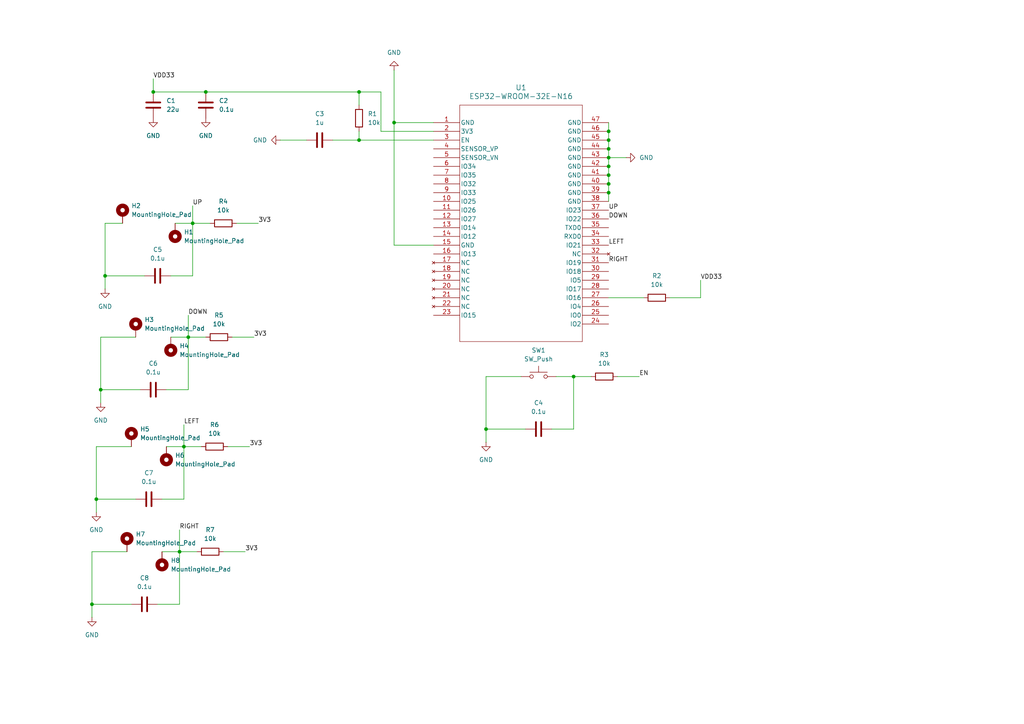
<source format=kicad_sch>
(kicad_sch
	(version 20231120)
	(generator "eeschema")
	(generator_version "8.0")
	(uuid "57743234-ce47-4192-879d-b8e0ce8cd561")
	(paper "A4")
	(lib_symbols
		(symbol "2024-10-13_22-34-19:ESP32-WROOM-32E-N16"
			(pin_names
				(offset 0.254)
			)
			(exclude_from_sim no)
			(in_bom yes)
			(on_board yes)
			(property "Reference" "U"
				(at 25.4 10.16 0)
				(effects
					(font
						(size 1.524 1.524)
					)
				)
			)
			(property "Value" "ESP32-WROOM-32E-N16"
				(at 25.4 7.62 0)
				(effects
					(font
						(size 1.524 1.524)
					)
				)
			)
			(property "Footprint" "ESP32-WROOM-32E_EXP"
				(at 0 0 0)
				(effects
					(font
						(size 1.27 1.27)
						(italic yes)
					)
					(hide yes)
				)
			)
			(property "Datasheet" "ESP32-WROOM-32E-N16"
				(at 0 0 0)
				(effects
					(font
						(size 1.27 1.27)
						(italic yes)
					)
					(hide yes)
				)
			)
			(property "Description" ""
				(at 0 0 0)
				(effects
					(font
						(size 1.27 1.27)
					)
					(hide yes)
				)
			)
			(property "ki_locked" ""
				(at 0 0 0)
				(effects
					(font
						(size 1.27 1.27)
					)
				)
			)
			(property "ki_keywords" "ESP32-WROOM-32E-N16"
				(at 0 0 0)
				(effects
					(font
						(size 1.27 1.27)
					)
					(hide yes)
				)
			)
			(property "ki_fp_filters" "ESP32-WROOM-32E_EXP"
				(at 0 0 0)
				(effects
					(font
						(size 1.27 1.27)
					)
					(hide yes)
				)
			)
			(symbol "ESP32-WROOM-32E-N16_0_1"
				(polyline
					(pts
						(xy 7.62 -63.5) (xy 43.18 -63.5)
					)
					(stroke
						(width 0.127)
						(type default)
					)
					(fill
						(type none)
					)
				)
				(polyline
					(pts
						(xy 7.62 5.08) (xy 7.62 -63.5)
					)
					(stroke
						(width 0.127)
						(type default)
					)
					(fill
						(type none)
					)
				)
				(polyline
					(pts
						(xy 43.18 -63.5) (xy 43.18 5.08)
					)
					(stroke
						(width 0.127)
						(type default)
					)
					(fill
						(type none)
					)
				)
				(polyline
					(pts
						(xy 43.18 5.08) (xy 7.62 5.08)
					)
					(stroke
						(width 0.127)
						(type default)
					)
					(fill
						(type none)
					)
				)
				(pin power_out line
					(at 0 0 0)
					(length 7.62)
					(name "GND"
						(effects
							(font
								(size 1.27 1.27)
							)
						)
					)
					(number "1"
						(effects
							(font
								(size 1.27 1.27)
							)
						)
					)
				)
				(pin bidirectional line
					(at 0 -22.86 0)
					(length 7.62)
					(name "IO25"
						(effects
							(font
								(size 1.27 1.27)
							)
						)
					)
					(number "10"
						(effects
							(font
								(size 1.27 1.27)
							)
						)
					)
				)
				(pin bidirectional line
					(at 0 -25.4 0)
					(length 7.62)
					(name "IO26"
						(effects
							(font
								(size 1.27 1.27)
							)
						)
					)
					(number "11"
						(effects
							(font
								(size 1.27 1.27)
							)
						)
					)
				)
				(pin bidirectional line
					(at 0 -27.94 0)
					(length 7.62)
					(name "IO27"
						(effects
							(font
								(size 1.27 1.27)
							)
						)
					)
					(number "12"
						(effects
							(font
								(size 1.27 1.27)
							)
						)
					)
				)
				(pin bidirectional line
					(at 0 -30.48 0)
					(length 7.62)
					(name "IO14"
						(effects
							(font
								(size 1.27 1.27)
							)
						)
					)
					(number "13"
						(effects
							(font
								(size 1.27 1.27)
							)
						)
					)
				)
				(pin bidirectional line
					(at 0 -33.02 0)
					(length 7.62)
					(name "IO12"
						(effects
							(font
								(size 1.27 1.27)
							)
						)
					)
					(number "14"
						(effects
							(font
								(size 1.27 1.27)
							)
						)
					)
				)
				(pin power_out line
					(at 0 -35.56 0)
					(length 7.62)
					(name "GND"
						(effects
							(font
								(size 1.27 1.27)
							)
						)
					)
					(number "15"
						(effects
							(font
								(size 1.27 1.27)
							)
						)
					)
				)
				(pin bidirectional line
					(at 0 -38.1 0)
					(length 7.62)
					(name "IO13"
						(effects
							(font
								(size 1.27 1.27)
							)
						)
					)
					(number "16"
						(effects
							(font
								(size 1.27 1.27)
							)
						)
					)
				)
				(pin no_connect line
					(at 0 -40.64 0)
					(length 7.62)
					(name "NC"
						(effects
							(font
								(size 1.27 1.27)
							)
						)
					)
					(number "17"
						(effects
							(font
								(size 1.27 1.27)
							)
						)
					)
				)
				(pin no_connect line
					(at 0 -43.18 0)
					(length 7.62)
					(name "NC"
						(effects
							(font
								(size 1.27 1.27)
							)
						)
					)
					(number "18"
						(effects
							(font
								(size 1.27 1.27)
							)
						)
					)
				)
				(pin no_connect line
					(at 0 -45.72 0)
					(length 7.62)
					(name "NC"
						(effects
							(font
								(size 1.27 1.27)
							)
						)
					)
					(number "19"
						(effects
							(font
								(size 1.27 1.27)
							)
						)
					)
				)
				(pin power_in line
					(at 0 -2.54 0)
					(length 7.62)
					(name "3V3"
						(effects
							(font
								(size 1.27 1.27)
							)
						)
					)
					(number "2"
						(effects
							(font
								(size 1.27 1.27)
							)
						)
					)
				)
				(pin no_connect line
					(at 0 -48.26 0)
					(length 7.62)
					(name "NC"
						(effects
							(font
								(size 1.27 1.27)
							)
						)
					)
					(number "20"
						(effects
							(font
								(size 1.27 1.27)
							)
						)
					)
				)
				(pin no_connect line
					(at 0 -50.8 0)
					(length 7.62)
					(name "NC"
						(effects
							(font
								(size 1.27 1.27)
							)
						)
					)
					(number "21"
						(effects
							(font
								(size 1.27 1.27)
							)
						)
					)
				)
				(pin no_connect line
					(at 0 -53.34 0)
					(length 7.62)
					(name "NC"
						(effects
							(font
								(size 1.27 1.27)
							)
						)
					)
					(number "22"
						(effects
							(font
								(size 1.27 1.27)
							)
						)
					)
				)
				(pin bidirectional line
					(at 0 -55.88 0)
					(length 7.62)
					(name "IO15"
						(effects
							(font
								(size 1.27 1.27)
							)
						)
					)
					(number "23"
						(effects
							(font
								(size 1.27 1.27)
							)
						)
					)
				)
				(pin bidirectional line
					(at 50.8 -58.42 180)
					(length 7.62)
					(name "IO2"
						(effects
							(font
								(size 1.27 1.27)
							)
						)
					)
					(number "24"
						(effects
							(font
								(size 1.27 1.27)
							)
						)
					)
				)
				(pin bidirectional line
					(at 50.8 -55.88 180)
					(length 7.62)
					(name "IO0"
						(effects
							(font
								(size 1.27 1.27)
							)
						)
					)
					(number "25"
						(effects
							(font
								(size 1.27 1.27)
							)
						)
					)
				)
				(pin bidirectional line
					(at 50.8 -53.34 180)
					(length 7.62)
					(name "IO4"
						(effects
							(font
								(size 1.27 1.27)
							)
						)
					)
					(number "26"
						(effects
							(font
								(size 1.27 1.27)
							)
						)
					)
				)
				(pin bidirectional line
					(at 50.8 -50.8 180)
					(length 7.62)
					(name "IO16"
						(effects
							(font
								(size 1.27 1.27)
							)
						)
					)
					(number "27"
						(effects
							(font
								(size 1.27 1.27)
							)
						)
					)
				)
				(pin bidirectional line
					(at 50.8 -48.26 180)
					(length 7.62)
					(name "IO17"
						(effects
							(font
								(size 1.27 1.27)
							)
						)
					)
					(number "28"
						(effects
							(font
								(size 1.27 1.27)
							)
						)
					)
				)
				(pin bidirectional line
					(at 50.8 -45.72 180)
					(length 7.62)
					(name "IO5"
						(effects
							(font
								(size 1.27 1.27)
							)
						)
					)
					(number "29"
						(effects
							(font
								(size 1.27 1.27)
							)
						)
					)
				)
				(pin input line
					(at 0 -5.08 0)
					(length 7.62)
					(name "EN"
						(effects
							(font
								(size 1.27 1.27)
							)
						)
					)
					(number "3"
						(effects
							(font
								(size 1.27 1.27)
							)
						)
					)
				)
				(pin bidirectional line
					(at 50.8 -43.18 180)
					(length 7.62)
					(name "IO18"
						(effects
							(font
								(size 1.27 1.27)
							)
						)
					)
					(number "30"
						(effects
							(font
								(size 1.27 1.27)
							)
						)
					)
				)
				(pin bidirectional line
					(at 50.8 -40.64 180)
					(length 7.62)
					(name "IO19"
						(effects
							(font
								(size 1.27 1.27)
							)
						)
					)
					(number "31"
						(effects
							(font
								(size 1.27 1.27)
							)
						)
					)
				)
				(pin no_connect line
					(at 50.8 -38.1 180)
					(length 7.62)
					(name "NC"
						(effects
							(font
								(size 1.27 1.27)
							)
						)
					)
					(number "32"
						(effects
							(font
								(size 1.27 1.27)
							)
						)
					)
				)
				(pin bidirectional line
					(at 50.8 -35.56 180)
					(length 7.62)
					(name "IO21"
						(effects
							(font
								(size 1.27 1.27)
							)
						)
					)
					(number "33"
						(effects
							(font
								(size 1.27 1.27)
							)
						)
					)
				)
				(pin bidirectional line
					(at 50.8 -33.02 180)
					(length 7.62)
					(name "RXD0"
						(effects
							(font
								(size 1.27 1.27)
							)
						)
					)
					(number "34"
						(effects
							(font
								(size 1.27 1.27)
							)
						)
					)
				)
				(pin bidirectional line
					(at 50.8 -30.48 180)
					(length 7.62)
					(name "TXD0"
						(effects
							(font
								(size 1.27 1.27)
							)
						)
					)
					(number "35"
						(effects
							(font
								(size 1.27 1.27)
							)
						)
					)
				)
				(pin bidirectional line
					(at 50.8 -27.94 180)
					(length 7.62)
					(name "IO22"
						(effects
							(font
								(size 1.27 1.27)
							)
						)
					)
					(number "36"
						(effects
							(font
								(size 1.27 1.27)
							)
						)
					)
				)
				(pin bidirectional line
					(at 50.8 -25.4 180)
					(length 7.62)
					(name "IO23"
						(effects
							(font
								(size 1.27 1.27)
							)
						)
					)
					(number "37"
						(effects
							(font
								(size 1.27 1.27)
							)
						)
					)
				)
				(pin power_out line
					(at 50.8 -22.86 180)
					(length 7.62)
					(name "GND"
						(effects
							(font
								(size 1.27 1.27)
							)
						)
					)
					(number "38"
						(effects
							(font
								(size 1.27 1.27)
							)
						)
					)
				)
				(pin power_out line
					(at 50.8 -20.32 180)
					(length 7.62)
					(name "GND"
						(effects
							(font
								(size 1.27 1.27)
							)
						)
					)
					(number "39"
						(effects
							(font
								(size 1.27 1.27)
							)
						)
					)
				)
				(pin input line
					(at 0 -7.62 0)
					(length 7.62)
					(name "SENSOR_VP"
						(effects
							(font
								(size 1.27 1.27)
							)
						)
					)
					(number "4"
						(effects
							(font
								(size 1.27 1.27)
							)
						)
					)
				)
				(pin power_out line
					(at 50.8 -17.78 180)
					(length 7.62)
					(name "GND"
						(effects
							(font
								(size 1.27 1.27)
							)
						)
					)
					(number "40"
						(effects
							(font
								(size 1.27 1.27)
							)
						)
					)
				)
				(pin power_out line
					(at 50.8 -15.24 180)
					(length 7.62)
					(name "GND"
						(effects
							(font
								(size 1.27 1.27)
							)
						)
					)
					(number "41"
						(effects
							(font
								(size 1.27 1.27)
							)
						)
					)
				)
				(pin power_out line
					(at 50.8 -12.7 180)
					(length 7.62)
					(name "GND"
						(effects
							(font
								(size 1.27 1.27)
							)
						)
					)
					(number "42"
						(effects
							(font
								(size 1.27 1.27)
							)
						)
					)
				)
				(pin power_out line
					(at 50.8 -10.16 180)
					(length 7.62)
					(name "GND"
						(effects
							(font
								(size 1.27 1.27)
							)
						)
					)
					(number "43"
						(effects
							(font
								(size 1.27 1.27)
							)
						)
					)
				)
				(pin power_out line
					(at 50.8 -7.62 180)
					(length 7.62)
					(name "GND"
						(effects
							(font
								(size 1.27 1.27)
							)
						)
					)
					(number "44"
						(effects
							(font
								(size 1.27 1.27)
							)
						)
					)
				)
				(pin power_out line
					(at 50.8 -5.08 180)
					(length 7.62)
					(name "GND"
						(effects
							(font
								(size 1.27 1.27)
							)
						)
					)
					(number "45"
						(effects
							(font
								(size 1.27 1.27)
							)
						)
					)
				)
				(pin power_out line
					(at 50.8 -2.54 180)
					(length 7.62)
					(name "GND"
						(effects
							(font
								(size 1.27 1.27)
							)
						)
					)
					(number "46"
						(effects
							(font
								(size 1.27 1.27)
							)
						)
					)
				)
				(pin power_out line
					(at 50.8 0 180)
					(length 7.62)
					(name "GND"
						(effects
							(font
								(size 1.27 1.27)
							)
						)
					)
					(number "47"
						(effects
							(font
								(size 1.27 1.27)
							)
						)
					)
				)
				(pin input line
					(at 0 -10.16 0)
					(length 7.62)
					(name "SENSOR_VN"
						(effects
							(font
								(size 1.27 1.27)
							)
						)
					)
					(number "5"
						(effects
							(font
								(size 1.27 1.27)
							)
						)
					)
				)
				(pin input line
					(at 0 -12.7 0)
					(length 7.62)
					(name "IO34"
						(effects
							(font
								(size 1.27 1.27)
							)
						)
					)
					(number "6"
						(effects
							(font
								(size 1.27 1.27)
							)
						)
					)
				)
				(pin input line
					(at 0 -15.24 0)
					(length 7.62)
					(name "IO35"
						(effects
							(font
								(size 1.27 1.27)
							)
						)
					)
					(number "7"
						(effects
							(font
								(size 1.27 1.27)
							)
						)
					)
				)
				(pin bidirectional line
					(at 0 -17.78 0)
					(length 7.62)
					(name "IO32"
						(effects
							(font
								(size 1.27 1.27)
							)
						)
					)
					(number "8"
						(effects
							(font
								(size 1.27 1.27)
							)
						)
					)
				)
				(pin bidirectional line
					(at 0 -20.32 0)
					(length 7.62)
					(name "IO33"
						(effects
							(font
								(size 1.27 1.27)
							)
						)
					)
					(number "9"
						(effects
							(font
								(size 1.27 1.27)
							)
						)
					)
				)
			)
		)
		(symbol "Device:C"
			(pin_numbers hide)
			(pin_names
				(offset 0.254)
			)
			(exclude_from_sim no)
			(in_bom yes)
			(on_board yes)
			(property "Reference" "C"
				(at 0.635 2.54 0)
				(effects
					(font
						(size 1.27 1.27)
					)
					(justify left)
				)
			)
			(property "Value" "C"
				(at 0.635 -2.54 0)
				(effects
					(font
						(size 1.27 1.27)
					)
					(justify left)
				)
			)
			(property "Footprint" ""
				(at 0.9652 -3.81 0)
				(effects
					(font
						(size 1.27 1.27)
					)
					(hide yes)
				)
			)
			(property "Datasheet" "~"
				(at 0 0 0)
				(effects
					(font
						(size 1.27 1.27)
					)
					(hide yes)
				)
			)
			(property "Description" "Unpolarized capacitor"
				(at 0 0 0)
				(effects
					(font
						(size 1.27 1.27)
					)
					(hide yes)
				)
			)
			(property "ki_keywords" "cap capacitor"
				(at 0 0 0)
				(effects
					(font
						(size 1.27 1.27)
					)
					(hide yes)
				)
			)
			(property "ki_fp_filters" "C_*"
				(at 0 0 0)
				(effects
					(font
						(size 1.27 1.27)
					)
					(hide yes)
				)
			)
			(symbol "C_0_1"
				(polyline
					(pts
						(xy -2.032 -0.762) (xy 2.032 -0.762)
					)
					(stroke
						(width 0.508)
						(type default)
					)
					(fill
						(type none)
					)
				)
				(polyline
					(pts
						(xy -2.032 0.762) (xy 2.032 0.762)
					)
					(stroke
						(width 0.508)
						(type default)
					)
					(fill
						(type none)
					)
				)
			)
			(symbol "C_1_1"
				(pin passive line
					(at 0 3.81 270)
					(length 2.794)
					(name "~"
						(effects
							(font
								(size 1.27 1.27)
							)
						)
					)
					(number "1"
						(effects
							(font
								(size 1.27 1.27)
							)
						)
					)
				)
				(pin passive line
					(at 0 -3.81 90)
					(length 2.794)
					(name "~"
						(effects
							(font
								(size 1.27 1.27)
							)
						)
					)
					(number "2"
						(effects
							(font
								(size 1.27 1.27)
							)
						)
					)
				)
			)
		)
		(symbol "Device:R"
			(pin_numbers hide)
			(pin_names
				(offset 0)
			)
			(exclude_from_sim no)
			(in_bom yes)
			(on_board yes)
			(property "Reference" "R"
				(at 2.032 0 90)
				(effects
					(font
						(size 1.27 1.27)
					)
				)
			)
			(property "Value" "R"
				(at 0 0 90)
				(effects
					(font
						(size 1.27 1.27)
					)
				)
			)
			(property "Footprint" ""
				(at -1.778 0 90)
				(effects
					(font
						(size 1.27 1.27)
					)
					(hide yes)
				)
			)
			(property "Datasheet" "~"
				(at 0 0 0)
				(effects
					(font
						(size 1.27 1.27)
					)
					(hide yes)
				)
			)
			(property "Description" "Resistor"
				(at 0 0 0)
				(effects
					(font
						(size 1.27 1.27)
					)
					(hide yes)
				)
			)
			(property "ki_keywords" "R res resistor"
				(at 0 0 0)
				(effects
					(font
						(size 1.27 1.27)
					)
					(hide yes)
				)
			)
			(property "ki_fp_filters" "R_*"
				(at 0 0 0)
				(effects
					(font
						(size 1.27 1.27)
					)
					(hide yes)
				)
			)
			(symbol "R_0_1"
				(rectangle
					(start -1.016 -2.54)
					(end 1.016 2.54)
					(stroke
						(width 0.254)
						(type default)
					)
					(fill
						(type none)
					)
				)
			)
			(symbol "R_1_1"
				(pin passive line
					(at 0 3.81 270)
					(length 1.27)
					(name "~"
						(effects
							(font
								(size 1.27 1.27)
							)
						)
					)
					(number "1"
						(effects
							(font
								(size 1.27 1.27)
							)
						)
					)
				)
				(pin passive line
					(at 0 -3.81 90)
					(length 1.27)
					(name "~"
						(effects
							(font
								(size 1.27 1.27)
							)
						)
					)
					(number "2"
						(effects
							(font
								(size 1.27 1.27)
							)
						)
					)
				)
			)
		)
		(symbol "Mechanical:MountingHole_Pad"
			(pin_numbers hide)
			(pin_names
				(offset 1.016) hide)
			(exclude_from_sim yes)
			(in_bom no)
			(on_board yes)
			(property "Reference" "H"
				(at 0 6.35 0)
				(effects
					(font
						(size 1.27 1.27)
					)
				)
			)
			(property "Value" "MountingHole_Pad"
				(at 0 4.445 0)
				(effects
					(font
						(size 1.27 1.27)
					)
				)
			)
			(property "Footprint" ""
				(at 0 0 0)
				(effects
					(font
						(size 1.27 1.27)
					)
					(hide yes)
				)
			)
			(property "Datasheet" "~"
				(at 0 0 0)
				(effects
					(font
						(size 1.27 1.27)
					)
					(hide yes)
				)
			)
			(property "Description" "Mounting Hole with connection"
				(at 0 0 0)
				(effects
					(font
						(size 1.27 1.27)
					)
					(hide yes)
				)
			)
			(property "ki_keywords" "mounting hole"
				(at 0 0 0)
				(effects
					(font
						(size 1.27 1.27)
					)
					(hide yes)
				)
			)
			(property "ki_fp_filters" "MountingHole*Pad*"
				(at 0 0 0)
				(effects
					(font
						(size 1.27 1.27)
					)
					(hide yes)
				)
			)
			(symbol "MountingHole_Pad_0_1"
				(circle
					(center 0 1.27)
					(radius 1.27)
					(stroke
						(width 1.27)
						(type default)
					)
					(fill
						(type none)
					)
				)
			)
			(symbol "MountingHole_Pad_1_1"
				(pin input line
					(at 0 -2.54 90)
					(length 2.54)
					(name "1"
						(effects
							(font
								(size 1.27 1.27)
							)
						)
					)
					(number "1"
						(effects
							(font
								(size 1.27 1.27)
							)
						)
					)
				)
			)
		)
		(symbol "Switch:SW_Push"
			(pin_numbers hide)
			(pin_names
				(offset 1.016) hide)
			(exclude_from_sim no)
			(in_bom yes)
			(on_board yes)
			(property "Reference" "SW"
				(at 1.27 2.54 0)
				(effects
					(font
						(size 1.27 1.27)
					)
					(justify left)
				)
			)
			(property "Value" "SW_Push"
				(at 0 -1.524 0)
				(effects
					(font
						(size 1.27 1.27)
					)
				)
			)
			(property "Footprint" ""
				(at 0 5.08 0)
				(effects
					(font
						(size 1.27 1.27)
					)
					(hide yes)
				)
			)
			(property "Datasheet" "~"
				(at 0 5.08 0)
				(effects
					(font
						(size 1.27 1.27)
					)
					(hide yes)
				)
			)
			(property "Description" "Push button switch, generic, two pins"
				(at 0 0 0)
				(effects
					(font
						(size 1.27 1.27)
					)
					(hide yes)
				)
			)
			(property "ki_keywords" "switch normally-open pushbutton push-button"
				(at 0 0 0)
				(effects
					(font
						(size 1.27 1.27)
					)
					(hide yes)
				)
			)
			(symbol "SW_Push_0_1"
				(circle
					(center -2.032 0)
					(radius 0.508)
					(stroke
						(width 0)
						(type default)
					)
					(fill
						(type none)
					)
				)
				(polyline
					(pts
						(xy 0 1.27) (xy 0 3.048)
					)
					(stroke
						(width 0)
						(type default)
					)
					(fill
						(type none)
					)
				)
				(polyline
					(pts
						(xy 2.54 1.27) (xy -2.54 1.27)
					)
					(stroke
						(width 0)
						(type default)
					)
					(fill
						(type none)
					)
				)
				(circle
					(center 2.032 0)
					(radius 0.508)
					(stroke
						(width 0)
						(type default)
					)
					(fill
						(type none)
					)
				)
				(pin passive line
					(at -5.08 0 0)
					(length 2.54)
					(name "1"
						(effects
							(font
								(size 1.27 1.27)
							)
						)
					)
					(number "1"
						(effects
							(font
								(size 1.27 1.27)
							)
						)
					)
				)
				(pin passive line
					(at 5.08 0 180)
					(length 2.54)
					(name "2"
						(effects
							(font
								(size 1.27 1.27)
							)
						)
					)
					(number "2"
						(effects
							(font
								(size 1.27 1.27)
							)
						)
					)
				)
			)
		)
		(symbol "power:GND"
			(power)
			(pin_numbers hide)
			(pin_names
				(offset 0) hide)
			(exclude_from_sim no)
			(in_bom yes)
			(on_board yes)
			(property "Reference" "#PWR"
				(at 0 -6.35 0)
				(effects
					(font
						(size 1.27 1.27)
					)
					(hide yes)
				)
			)
			(property "Value" "GND"
				(at 0 -3.81 0)
				(effects
					(font
						(size 1.27 1.27)
					)
				)
			)
			(property "Footprint" ""
				(at 0 0 0)
				(effects
					(font
						(size 1.27 1.27)
					)
					(hide yes)
				)
			)
			(property "Datasheet" ""
				(at 0 0 0)
				(effects
					(font
						(size 1.27 1.27)
					)
					(hide yes)
				)
			)
			(property "Description" "Power symbol creates a global label with name \"GND\" , ground"
				(at 0 0 0)
				(effects
					(font
						(size 1.27 1.27)
					)
					(hide yes)
				)
			)
			(property "ki_keywords" "global power"
				(at 0 0 0)
				(effects
					(font
						(size 1.27 1.27)
					)
					(hide yes)
				)
			)
			(symbol "GND_0_1"
				(polyline
					(pts
						(xy 0 0) (xy 0 -1.27) (xy 1.27 -1.27) (xy 0 -2.54) (xy -1.27 -1.27) (xy 0 -1.27)
					)
					(stroke
						(width 0)
						(type default)
					)
					(fill
						(type none)
					)
				)
			)
			(symbol "GND_1_1"
				(pin power_in line
					(at 0 0 270)
					(length 0)
					(name "~"
						(effects
							(font
								(size 1.27 1.27)
							)
						)
					)
					(number "1"
						(effects
							(font
								(size 1.27 1.27)
							)
						)
					)
				)
			)
		)
	)
	(junction
		(at 176.53 45.72)
		(diameter 0)
		(color 0 0 0 0)
		(uuid "12264ff2-ff2d-4e0d-ad6c-b5cb679e8118")
	)
	(junction
		(at 44.45 26.67)
		(diameter 0)
		(color 0 0 0 0)
		(uuid "1fd380f9-c69c-4673-95a5-3c377ba01383")
	)
	(junction
		(at 55.88 64.77)
		(diameter 0)
		(color 0 0 0 0)
		(uuid "2ee8ccee-7c0b-4c69-864f-e66ec82857d5")
	)
	(junction
		(at 176.53 40.64)
		(diameter 0)
		(color 0 0 0 0)
		(uuid "39062bd6-01f0-4407-86f8-eacb45949a02")
	)
	(junction
		(at 52.07 160.02)
		(diameter 0)
		(color 0 0 0 0)
		(uuid "3b343068-f2a6-4b46-a7df-61c75c648378")
	)
	(junction
		(at 53.34 129.54)
		(diameter 0)
		(color 0 0 0 0)
		(uuid "3c43c4b3-faa9-4cc4-ba9e-94c7deb0b6cb")
	)
	(junction
		(at 176.53 53.34)
		(diameter 0)
		(color 0 0 0 0)
		(uuid "40e41774-065e-4ec4-b03e-20bc58f63fcc")
	)
	(junction
		(at 114.3 35.56)
		(diameter 0)
		(color 0 0 0 0)
		(uuid "42c96e87-0ee6-466d-9df2-ff8b4b6715d7")
	)
	(junction
		(at 176.53 38.1)
		(diameter 0)
		(color 0 0 0 0)
		(uuid "5646363a-543e-463f-b887-58ce7b402f25")
	)
	(junction
		(at 54.61 97.79)
		(diameter 0)
		(color 0 0 0 0)
		(uuid "59f5af0e-5632-498c-8b14-5d0d5d97b089")
	)
	(junction
		(at 26.67 175.26)
		(diameter 0)
		(color 0 0 0 0)
		(uuid "5ff52a79-301d-4f4b-9e95-b91e132c4599")
	)
	(junction
		(at 30.48 80.01)
		(diameter 0)
		(color 0 0 0 0)
		(uuid "62960823-730a-4258-8c6a-3c2fd5484a92")
	)
	(junction
		(at 176.53 50.8)
		(diameter 0)
		(color 0 0 0 0)
		(uuid "65d706d2-d046-4bb8-8514-109a7195dd3c")
	)
	(junction
		(at 27.94 144.78)
		(diameter 0)
		(color 0 0 0 0)
		(uuid "67ac376b-868f-4331-92e2-0ce86f98626d")
	)
	(junction
		(at 176.53 55.88)
		(diameter 0)
		(color 0 0 0 0)
		(uuid "6ba9fff7-6d38-4678-b67c-1d821120e9dd")
	)
	(junction
		(at 166.37 109.22)
		(diameter 0)
		(color 0 0 0 0)
		(uuid "802c7733-1805-4504-89bd-fc5fa05d3206")
	)
	(junction
		(at 29.21 113.03)
		(diameter 0)
		(color 0 0 0 0)
		(uuid "83d795af-bbbf-4141-90d6-fe54e069ede3")
	)
	(junction
		(at 104.14 26.67)
		(diameter 0)
		(color 0 0 0 0)
		(uuid "a5ce9fde-07e6-4010-bea8-92b0313446f9")
	)
	(junction
		(at 176.53 43.18)
		(diameter 0)
		(color 0 0 0 0)
		(uuid "da825bfe-99a9-454d-b236-d8a7f3289feb")
	)
	(junction
		(at 104.14 40.64)
		(diameter 0)
		(color 0 0 0 0)
		(uuid "e13028d2-ac4e-450f-8275-9f4ca24d5402")
	)
	(junction
		(at 59.69 26.67)
		(diameter 0)
		(color 0 0 0 0)
		(uuid "ec1e38f6-b4ad-4c09-9e85-68215a5047bc")
	)
	(junction
		(at 176.53 48.26)
		(diameter 0)
		(color 0 0 0 0)
		(uuid "ec32f1ec-f938-4bb9-ba48-0cadc2ff5617")
	)
	(junction
		(at 140.97 124.46)
		(diameter 0)
		(color 0 0 0 0)
		(uuid "f3419e13-2cfe-4eff-9b90-b2afa1aed4fd")
	)
	(wire
		(pts
			(xy 53.34 123.19) (xy 53.34 129.54)
		)
		(stroke
			(width 0)
			(type default)
		)
		(uuid "00ee3b93-61c8-429b-a5c5-518a8093bf47")
	)
	(wire
		(pts
			(xy 104.14 26.67) (xy 110.49 26.67)
		)
		(stroke
			(width 0)
			(type default)
		)
		(uuid "011dbb80-7c6e-43eb-a272-fc25b30d59fc")
	)
	(wire
		(pts
			(xy 27.94 144.78) (xy 39.37 144.78)
		)
		(stroke
			(width 0)
			(type default)
		)
		(uuid "07fbb996-c59c-4605-bc31-b3d4f19bb13a")
	)
	(wire
		(pts
			(xy 166.37 109.22) (xy 171.45 109.22)
		)
		(stroke
			(width 0)
			(type default)
		)
		(uuid "0e803f9a-707d-4084-80a5-894887dfb3a9")
	)
	(wire
		(pts
			(xy 125.73 71.12) (xy 114.3 71.12)
		)
		(stroke
			(width 0)
			(type default)
		)
		(uuid "110cdc7b-71e2-4394-8bd3-b775358761a5")
	)
	(wire
		(pts
			(xy 125.73 38.1) (xy 110.49 38.1)
		)
		(stroke
			(width 0)
			(type default)
		)
		(uuid "146ad115-43be-45e0-bfaa-6c53bf65b923")
	)
	(wire
		(pts
			(xy 203.2 81.28) (xy 203.2 86.36)
		)
		(stroke
			(width 0)
			(type default)
		)
		(uuid "14710d44-86d7-475d-8035-d3cdc1f6cb55")
	)
	(wire
		(pts
			(xy 39.37 97.79) (xy 29.21 97.79)
		)
		(stroke
			(width 0)
			(type default)
		)
		(uuid "18b18d77-ae86-4df7-824b-5ebeaff404c1")
	)
	(wire
		(pts
			(xy 104.14 26.67) (xy 104.14 30.48)
		)
		(stroke
			(width 0)
			(type default)
		)
		(uuid "1c1ea002-8926-4f4b-83f8-816ec8644a3b")
	)
	(wire
		(pts
			(xy 38.1 129.54) (xy 27.94 129.54)
		)
		(stroke
			(width 0)
			(type default)
		)
		(uuid "1fe51887-32b2-4c1f-9f77-ef7c38b4561d")
	)
	(wire
		(pts
			(xy 54.61 97.79) (xy 59.69 97.79)
		)
		(stroke
			(width 0)
			(type default)
		)
		(uuid "2008019d-fd8a-4869-b968-89e4cbfbdb1d")
	)
	(wire
		(pts
			(xy 48.26 129.54) (xy 53.34 129.54)
		)
		(stroke
			(width 0)
			(type default)
		)
		(uuid "2c6659a9-929b-4a9a-90d8-76cfa1040a35")
	)
	(wire
		(pts
			(xy 104.14 26.67) (xy 59.69 26.67)
		)
		(stroke
			(width 0)
			(type default)
		)
		(uuid "2e09387c-e043-4f88-8a22-a6743edc780a")
	)
	(wire
		(pts
			(xy 114.3 35.56) (xy 114.3 71.12)
		)
		(stroke
			(width 0)
			(type default)
		)
		(uuid "2f4c17f9-1279-444d-ada2-054c4d354b0c")
	)
	(wire
		(pts
			(xy 104.14 40.64) (xy 125.73 40.64)
		)
		(stroke
			(width 0)
			(type default)
		)
		(uuid "31e01224-e7c7-4c4a-aa86-ce865c266b82")
	)
	(wire
		(pts
			(xy 66.04 129.54) (xy 72.39 129.54)
		)
		(stroke
			(width 0)
			(type default)
		)
		(uuid "334c3911-e1f4-4cc9-b8b1-e42d179d7fbe")
	)
	(wire
		(pts
			(xy 26.67 160.02) (xy 26.67 175.26)
		)
		(stroke
			(width 0)
			(type default)
		)
		(uuid "34ecdb52-d291-4fc8-9560-950670f7c2c0")
	)
	(wire
		(pts
			(xy 55.88 59.69) (xy 55.88 64.77)
		)
		(stroke
			(width 0)
			(type default)
		)
		(uuid "363accc7-98bc-406a-821e-ea4361b5a903")
	)
	(wire
		(pts
			(xy 55.88 64.77) (xy 60.96 64.77)
		)
		(stroke
			(width 0)
			(type default)
		)
		(uuid "398ee746-e25b-4a2e-afd3-5af5ca6106ef")
	)
	(wire
		(pts
			(xy 45.72 175.26) (xy 52.07 175.26)
		)
		(stroke
			(width 0)
			(type default)
		)
		(uuid "3ae46eff-49dd-49e5-8fc5-51d28eac0a4a")
	)
	(wire
		(pts
			(xy 96.52 40.64) (xy 104.14 40.64)
		)
		(stroke
			(width 0)
			(type default)
		)
		(uuid "3dde7420-f2f7-450a-b888-c94176901b77")
	)
	(wire
		(pts
			(xy 176.53 40.64) (xy 176.53 43.18)
		)
		(stroke
			(width 0)
			(type default)
		)
		(uuid "452b332e-0473-41fb-8c23-210f51710dad")
	)
	(wire
		(pts
			(xy 44.45 22.86) (xy 44.45 26.67)
		)
		(stroke
			(width 0)
			(type default)
		)
		(uuid "457aea50-a694-4f3d-b1e1-24e1b933a8b4")
	)
	(wire
		(pts
			(xy 114.3 20.32) (xy 114.3 35.56)
		)
		(stroke
			(width 0)
			(type default)
		)
		(uuid "46bcc631-ed0a-44d7-9078-b38877f37074")
	)
	(wire
		(pts
			(xy 52.07 153.67) (xy 52.07 160.02)
		)
		(stroke
			(width 0)
			(type default)
		)
		(uuid "47536167-0575-4d55-87c7-4887c561fffb")
	)
	(wire
		(pts
			(xy 27.94 144.78) (xy 27.94 148.59)
		)
		(stroke
			(width 0)
			(type default)
		)
		(uuid "47f3d50e-0eb5-4089-8510-4f7d64d2b2c1")
	)
	(wire
		(pts
			(xy 166.37 124.46) (xy 166.37 109.22)
		)
		(stroke
			(width 0)
			(type default)
		)
		(uuid "49c7769a-9ec0-4b1e-9bf8-7ec6f6b9fcbd")
	)
	(wire
		(pts
			(xy 160.02 124.46) (xy 166.37 124.46)
		)
		(stroke
			(width 0)
			(type default)
		)
		(uuid "4a6ac148-c970-401e-9e24-adec2172ba37")
	)
	(wire
		(pts
			(xy 179.07 109.22) (xy 185.42 109.22)
		)
		(stroke
			(width 0)
			(type default)
		)
		(uuid "4c368aac-2327-45c3-8273-beb6283c9271")
	)
	(wire
		(pts
			(xy 176.53 53.34) (xy 176.53 55.88)
		)
		(stroke
			(width 0)
			(type default)
		)
		(uuid "4c880567-dad3-42fc-a738-1b0d41eeaf06")
	)
	(wire
		(pts
			(xy 52.07 175.26) (xy 52.07 160.02)
		)
		(stroke
			(width 0)
			(type default)
		)
		(uuid "4cabb8db-dc76-4fd4-940b-6cc46d945236")
	)
	(wire
		(pts
			(xy 29.21 113.03) (xy 29.21 116.84)
		)
		(stroke
			(width 0)
			(type default)
		)
		(uuid "4f90e86c-e7ea-4100-adc5-2a3c3cd4d00c")
	)
	(wire
		(pts
			(xy 48.26 113.03) (xy 54.61 113.03)
		)
		(stroke
			(width 0)
			(type default)
		)
		(uuid "58fbe46d-1fbe-4f31-9267-abfcd7d4bcd3")
	)
	(wire
		(pts
			(xy 140.97 124.46) (xy 140.97 128.27)
		)
		(stroke
			(width 0)
			(type default)
		)
		(uuid "63165c17-29dc-4c06-a05b-de394f3f035d")
	)
	(wire
		(pts
			(xy 30.48 80.01) (xy 30.48 83.82)
		)
		(stroke
			(width 0)
			(type default)
		)
		(uuid "6579c7aa-809c-420d-b793-2605c9631d9a")
	)
	(wire
		(pts
			(xy 151.13 109.22) (xy 140.97 109.22)
		)
		(stroke
			(width 0)
			(type default)
		)
		(uuid "692ecd66-3cee-4c03-98ef-d17a3699575b")
	)
	(wire
		(pts
			(xy 176.53 55.88) (xy 176.53 58.42)
		)
		(stroke
			(width 0)
			(type default)
		)
		(uuid "6965f58d-b225-4579-8c39-b7e8cb1a3c81")
	)
	(wire
		(pts
			(xy 49.53 80.01) (xy 55.88 80.01)
		)
		(stroke
			(width 0)
			(type default)
		)
		(uuid "6b48d736-964e-4e41-b2a5-7576d9df073c")
	)
	(wire
		(pts
			(xy 176.53 86.36) (xy 186.69 86.36)
		)
		(stroke
			(width 0)
			(type default)
		)
		(uuid "70cda676-2e31-41e7-8045-b865b2b42a8f")
	)
	(wire
		(pts
			(xy 46.99 144.78) (xy 53.34 144.78)
		)
		(stroke
			(width 0)
			(type default)
		)
		(uuid "79a52c17-70da-4155-8b37-25030879d6a6")
	)
	(wire
		(pts
			(xy 194.31 86.36) (xy 203.2 86.36)
		)
		(stroke
			(width 0)
			(type default)
		)
		(uuid "7de3574a-49c3-4fe6-91c3-dcda07ce469f")
	)
	(wire
		(pts
			(xy 176.53 50.8) (xy 176.53 53.34)
		)
		(stroke
			(width 0)
			(type default)
		)
		(uuid "7f33f572-0a17-42be-bf5c-83450bf30119")
	)
	(wire
		(pts
			(xy 29.21 113.03) (xy 40.64 113.03)
		)
		(stroke
			(width 0)
			(type default)
		)
		(uuid "80dd18d2-3f3f-4758-bb23-9faf938372fa")
	)
	(wire
		(pts
			(xy 68.58 64.77) (xy 74.93 64.77)
		)
		(stroke
			(width 0)
			(type default)
		)
		(uuid "8a3a076b-5842-4129-a008-729f36168cd9")
	)
	(wire
		(pts
			(xy 64.77 160.02) (xy 71.12 160.02)
		)
		(stroke
			(width 0)
			(type default)
		)
		(uuid "8b48b74f-71f9-41e4-9b91-fb7e57f4f6b3")
	)
	(wire
		(pts
			(xy 29.21 97.79) (xy 29.21 113.03)
		)
		(stroke
			(width 0)
			(type default)
		)
		(uuid "8c22323f-9674-4329-b925-967b6019701c")
	)
	(wire
		(pts
			(xy 110.49 38.1) (xy 110.49 26.67)
		)
		(stroke
			(width 0)
			(type default)
		)
		(uuid "8da8311b-dfe0-4a92-8215-33c6f5647a19")
	)
	(wire
		(pts
			(xy 49.53 97.79) (xy 54.61 97.79)
		)
		(stroke
			(width 0)
			(type default)
		)
		(uuid "901f2beb-433b-4e5e-b87b-e5c2606d3ffc")
	)
	(wire
		(pts
			(xy 44.45 26.67) (xy 59.69 26.67)
		)
		(stroke
			(width 0)
			(type default)
		)
		(uuid "91c162f1-262a-43fc-a8ed-a5e7df398eab")
	)
	(wire
		(pts
			(xy 54.61 91.44) (xy 54.61 97.79)
		)
		(stroke
			(width 0)
			(type default)
		)
		(uuid "9c145a79-0c31-4449-b53f-c7b17212292a")
	)
	(wire
		(pts
			(xy 176.53 38.1) (xy 176.53 40.64)
		)
		(stroke
			(width 0)
			(type default)
		)
		(uuid "a24a184d-068d-4e2a-9354-65b736b6928d")
	)
	(wire
		(pts
			(xy 30.48 80.01) (xy 41.91 80.01)
		)
		(stroke
			(width 0)
			(type default)
		)
		(uuid "a3b23a7a-7c70-42c2-b482-3f4f439006bc")
	)
	(wire
		(pts
			(xy 176.53 45.72) (xy 176.53 48.26)
		)
		(stroke
			(width 0)
			(type default)
		)
		(uuid "a5a685ac-9e77-40b8-a829-b5e2ee706d9f")
	)
	(wire
		(pts
			(xy 176.53 48.26) (xy 176.53 50.8)
		)
		(stroke
			(width 0)
			(type default)
		)
		(uuid "a8ed42f2-e72e-478c-8419-a1269a168bc3")
	)
	(wire
		(pts
			(xy 36.83 160.02) (xy 26.67 160.02)
		)
		(stroke
			(width 0)
			(type default)
		)
		(uuid "a91be90a-dc27-45ec-903a-f37ad1eb9eb1")
	)
	(wire
		(pts
			(xy 55.88 80.01) (xy 55.88 64.77)
		)
		(stroke
			(width 0)
			(type default)
		)
		(uuid "aecdba07-2ad8-40d1-bbb1-b133834cdfe1")
	)
	(wire
		(pts
			(xy 52.07 160.02) (xy 57.15 160.02)
		)
		(stroke
			(width 0)
			(type default)
		)
		(uuid "b63cd348-4b4a-447a-adb5-c2d415c77d46")
	)
	(wire
		(pts
			(xy 114.3 35.56) (xy 125.73 35.56)
		)
		(stroke
			(width 0)
			(type default)
		)
		(uuid "bc83ff1e-a2b5-4671-b343-4d58a7e44f96")
	)
	(wire
		(pts
			(xy 81.28 40.64) (xy 88.9 40.64)
		)
		(stroke
			(width 0)
			(type default)
		)
		(uuid "c296e954-e923-4127-85dd-40fdc985593f")
	)
	(wire
		(pts
			(xy 26.67 175.26) (xy 38.1 175.26)
		)
		(stroke
			(width 0)
			(type default)
		)
		(uuid "c44948bc-b289-46d5-a069-371cc916759e")
	)
	(wire
		(pts
			(xy 161.29 109.22) (xy 166.37 109.22)
		)
		(stroke
			(width 0)
			(type default)
		)
		(uuid "cb116610-34e8-4302-9de0-4e90a8fd9768")
	)
	(wire
		(pts
			(xy 30.48 64.77) (xy 30.48 80.01)
		)
		(stroke
			(width 0)
			(type default)
		)
		(uuid "cd7bab4f-23a6-4047-b12c-ad906c673938")
	)
	(wire
		(pts
			(xy 53.34 129.54) (xy 58.42 129.54)
		)
		(stroke
			(width 0)
			(type default)
		)
		(uuid "cfb29dc7-c303-438c-9a12-76ebe4f96a34")
	)
	(wire
		(pts
			(xy 140.97 124.46) (xy 152.4 124.46)
		)
		(stroke
			(width 0)
			(type default)
		)
		(uuid "d01f8bef-2100-4246-b115-529610e5663e")
	)
	(wire
		(pts
			(xy 35.56 64.77) (xy 30.48 64.77)
		)
		(stroke
			(width 0)
			(type default)
		)
		(uuid "d50695be-7602-4c75-b734-dda3e03b466b")
	)
	(wire
		(pts
			(xy 27.94 129.54) (xy 27.94 144.78)
		)
		(stroke
			(width 0)
			(type default)
		)
		(uuid "d51e8251-95f6-4fa1-a42b-90c4f33e21a3")
	)
	(wire
		(pts
			(xy 140.97 109.22) (xy 140.97 124.46)
		)
		(stroke
			(width 0)
			(type default)
		)
		(uuid "d69c9c14-59f6-452b-9850-235d64a56e0d")
	)
	(wire
		(pts
			(xy 104.14 38.1) (xy 104.14 40.64)
		)
		(stroke
			(width 0)
			(type default)
		)
		(uuid "d7a1e1cd-23cc-4052-abcc-72d5f3cba611")
	)
	(wire
		(pts
			(xy 53.34 144.78) (xy 53.34 129.54)
		)
		(stroke
			(width 0)
			(type default)
		)
		(uuid "dafc8c62-c4ce-49ad-9818-e08cd6c13c92")
	)
	(wire
		(pts
			(xy 67.31 97.79) (xy 73.66 97.79)
		)
		(stroke
			(width 0)
			(type default)
		)
		(uuid "e826eec0-a903-41e1-bbb8-631965b21f38")
	)
	(wire
		(pts
			(xy 54.61 113.03) (xy 54.61 97.79)
		)
		(stroke
			(width 0)
			(type default)
		)
		(uuid "e837657e-b390-4237-99f8-c68f735e7279")
	)
	(wire
		(pts
			(xy 50.8 64.77) (xy 55.88 64.77)
		)
		(stroke
			(width 0)
			(type default)
		)
		(uuid "ed70c2df-5073-47b7-9512-642ef27aee2c")
	)
	(wire
		(pts
			(xy 176.53 43.18) (xy 176.53 45.72)
		)
		(stroke
			(width 0)
			(type default)
		)
		(uuid "f28a8ee7-57a3-4292-bb69-801735487d3a")
	)
	(wire
		(pts
			(xy 176.53 45.72) (xy 181.61 45.72)
		)
		(stroke
			(width 0)
			(type default)
		)
		(uuid "f5b4eb64-3cc3-4e07-8b13-ef7ffc65e2d2")
	)
	(wire
		(pts
			(xy 46.99 160.02) (xy 52.07 160.02)
		)
		(stroke
			(width 0)
			(type default)
		)
		(uuid "f67dbff6-1e1b-45ee-a2d2-3adcec88fd2e")
	)
	(wire
		(pts
			(xy 26.67 175.26) (xy 26.67 179.07)
		)
		(stroke
			(width 0)
			(type default)
		)
		(uuid "faaba3cb-f48d-4094-9450-f9415b98efa9")
	)
	(wire
		(pts
			(xy 176.53 35.56) (xy 176.53 38.1)
		)
		(stroke
			(width 0)
			(type default)
		)
		(uuid "feed6982-80ee-4bef-b90a-0b87c7ef10c3")
	)
	(label "EN"
		(at 185.42 109.22 0)
		(fields_autoplaced yes)
		(effects
			(font
				(size 1.27 1.27)
			)
			(justify left bottom)
		)
		(uuid "08030f9f-5485-4ce8-acfa-0ac20cdc0fcb")
	)
	(label "3V3"
		(at 71.12 160.02 0)
		(fields_autoplaced yes)
		(effects
			(font
				(size 1.27 1.27)
			)
			(justify left bottom)
		)
		(uuid "11bdc4b0-5593-4f2c-8da1-0e4765a6a687")
	)
	(label "RIGHT"
		(at 176.53 76.2 0)
		(fields_autoplaced yes)
		(effects
			(font
				(size 1.27 1.27)
			)
			(justify left bottom)
		)
		(uuid "14a90204-87f2-4cb6-9090-52ddd8c4a4e4")
	)
	(label "VDD33"
		(at 44.45 22.86 0)
		(fields_autoplaced yes)
		(effects
			(font
				(size 1.27 1.27)
			)
			(justify left bottom)
		)
		(uuid "5cde9129-d521-470c-929f-1f6be0df7ece")
	)
	(label "DOWN"
		(at 54.61 91.44 0)
		(fields_autoplaced yes)
		(effects
			(font
				(size 1.27 1.27)
			)
			(justify left bottom)
		)
		(uuid "5d4aea13-bfb3-4e35-8518-e98b9478c46e")
	)
	(label "3V3"
		(at 72.39 129.54 0)
		(fields_autoplaced yes)
		(effects
			(font
				(size 1.27 1.27)
			)
			(justify left bottom)
		)
		(uuid "68bef7b5-eea3-48db-879d-52e493fd454d")
	)
	(label "RIGHT"
		(at 52.07 153.67 0)
		(fields_autoplaced yes)
		(effects
			(font
				(size 1.27 1.27)
			)
			(justify left bottom)
		)
		(uuid "6f2c3c9c-16a7-4629-be22-d163a1b30360")
	)
	(label "VDD33"
		(at 203.2 81.28 0)
		(fields_autoplaced yes)
		(effects
			(font
				(size 1.27 1.27)
			)
			(justify left bottom)
		)
		(uuid "7cb00a9e-bdb8-4b7c-8e7b-0a578b60b952")
	)
	(label "3V3"
		(at 73.66 97.79 0)
		(fields_autoplaced yes)
		(effects
			(font
				(size 1.27 1.27)
			)
			(justify left bottom)
		)
		(uuid "8121b3ae-fc7b-4434-ad63-e2b3668a3206")
	)
	(label "3V3"
		(at 74.93 64.77 0)
		(fields_autoplaced yes)
		(effects
			(font
				(size 1.27 1.27)
			)
			(justify left bottom)
		)
		(uuid "98c5b191-bc27-4ea0-8847-48d5ec076e1b")
	)
	(label "LEFT"
		(at 53.34 123.19 0)
		(fields_autoplaced yes)
		(effects
			(font
				(size 1.27 1.27)
			)
			(justify left bottom)
		)
		(uuid "b2e06717-b415-4070-970b-84c4ae4660fa")
	)
	(label "LEFT"
		(at 176.53 71.12 0)
		(fields_autoplaced yes)
		(effects
			(font
				(size 1.27 1.27)
			)
			(justify left bottom)
		)
		(uuid "b9838960-c3fe-405c-a573-15172d35da88")
	)
	(label "UP"
		(at 55.88 59.69 0)
		(fields_autoplaced yes)
		(effects
			(font
				(size 1.27 1.27)
			)
			(justify left bottom)
		)
		(uuid "ca30d201-fe84-491b-b88e-bc9c50852744")
	)
	(label "DOWN"
		(at 176.53 63.5 0)
		(fields_autoplaced yes)
		(effects
			(font
				(size 1.27 1.27)
			)
			(justify left bottom)
		)
		(uuid "dfaf4e63-0e38-4573-9c8c-b2e5f4c69260")
	)
	(label "UP"
		(at 176.53 60.96 0)
		(fields_autoplaced yes)
		(effects
			(font
				(size 1.27 1.27)
			)
			(justify left bottom)
		)
		(uuid "ef1b836d-8cbb-4d96-8847-c56809789ad3")
	)
	(symbol
		(lib_id "power:GND")
		(at 27.94 148.59 0)
		(unit 1)
		(exclude_from_sim no)
		(in_bom yes)
		(on_board yes)
		(dnp no)
		(fields_autoplaced yes)
		(uuid "0bc2cf17-911a-4d77-8cb2-5cdda5724119")
		(property "Reference" "#PWR09"
			(at 27.94 154.94 0)
			(effects
				(font
					(size 1.27 1.27)
				)
				(hide yes)
			)
		)
		(property "Value" "GND"
			(at 27.94 153.67 0)
			(effects
				(font
					(size 1.27 1.27)
				)
			)
		)
		(property "Footprint" ""
			(at 27.94 148.59 0)
			(effects
				(font
					(size 1.27 1.27)
				)
				(hide yes)
			)
		)
		(property "Datasheet" ""
			(at 27.94 148.59 0)
			(effects
				(font
					(size 1.27 1.27)
				)
				(hide yes)
			)
		)
		(property "Description" "Power symbol creates a global label with name \"GND\" , ground"
			(at 27.94 148.59 0)
			(effects
				(font
					(size 1.27 1.27)
				)
				(hide yes)
			)
		)
		(pin "1"
			(uuid "e9fc4946-14bb-429b-a110-f586ac9c647d")
		)
		(instances
			(project "ddr_pcb"
				(path "/57743234-ce47-4192-879d-b8e0ce8cd561"
					(reference "#PWR09")
					(unit 1)
				)
			)
		)
	)
	(symbol
		(lib_id "Mechanical:MountingHole_Pad")
		(at 46.99 162.56 180)
		(unit 1)
		(exclude_from_sim yes)
		(in_bom no)
		(on_board yes)
		(dnp no)
		(fields_autoplaced yes)
		(uuid "1c26f0c3-5022-4511-b3b7-91f43ef97d2a")
		(property "Reference" "H8"
			(at 49.53 162.5599 0)
			(effects
				(font
					(size 1.27 1.27)
				)
				(justify right)
			)
		)
		(property "Value" "MountingHole_Pad"
			(at 49.53 165.0999 0)
			(effects
				(font
					(size 1.27 1.27)
				)
				(justify right)
			)
		)
		(property "Footprint" ""
			(at 46.99 162.56 0)
			(effects
				(font
					(size 1.27 1.27)
				)
				(hide yes)
			)
		)
		(property "Datasheet" "~"
			(at 46.99 162.56 0)
			(effects
				(font
					(size 1.27 1.27)
				)
				(hide yes)
			)
		)
		(property "Description" "Mounting Hole with connection"
			(at 46.99 162.56 0)
			(effects
				(font
					(size 1.27 1.27)
				)
				(hide yes)
			)
		)
		(pin "1"
			(uuid "b2bf98c2-d95c-4a08-bde4-6e7a4f4e8e4c")
		)
		(instances
			(project ""
				(path "/57743234-ce47-4192-879d-b8e0ce8cd561"
					(reference "H8")
					(unit 1)
				)
			)
		)
	)
	(symbol
		(lib_id "Device:C")
		(at 156.21 124.46 90)
		(unit 1)
		(exclude_from_sim no)
		(in_bom yes)
		(on_board yes)
		(dnp no)
		(fields_autoplaced yes)
		(uuid "1f8226d3-d2f6-4dbd-a909-b63f1224b450")
		(property "Reference" "C4"
			(at 156.21 116.84 90)
			(effects
				(font
					(size 1.27 1.27)
				)
			)
		)
		(property "Value" "0.1u"
			(at 156.21 119.38 90)
			(effects
				(font
					(size 1.27 1.27)
				)
			)
		)
		(property "Footprint" ""
			(at 160.02 123.4948 0)
			(effects
				(font
					(size 1.27 1.27)
				)
				(hide yes)
			)
		)
		(property "Datasheet" "~"
			(at 156.21 124.46 0)
			(effects
				(font
					(size 1.27 1.27)
				)
				(hide yes)
			)
		)
		(property "Description" "Unpolarized capacitor"
			(at 156.21 124.46 0)
			(effects
				(font
					(size 1.27 1.27)
				)
				(hide yes)
			)
		)
		(pin "2"
			(uuid "551d8aa7-203f-4a93-ab5c-3e27b4920120")
		)
		(pin "1"
			(uuid "8ec65cd0-de06-4e89-bd67-6df5a6facb9c")
		)
		(instances
			(project ""
				(path "/57743234-ce47-4192-879d-b8e0ce8cd561"
					(reference "C4")
					(unit 1)
				)
			)
		)
	)
	(symbol
		(lib_id "Device:C")
		(at 44.45 30.48 0)
		(unit 1)
		(exclude_from_sim no)
		(in_bom yes)
		(on_board yes)
		(dnp no)
		(fields_autoplaced yes)
		(uuid "2258b869-1884-40ad-809e-aefc83f95a2a")
		(property "Reference" "C1"
			(at 48.26 29.2099 0)
			(effects
				(font
					(size 1.27 1.27)
				)
				(justify left)
			)
		)
		(property "Value" "22u"
			(at 48.26 31.7499 0)
			(effects
				(font
					(size 1.27 1.27)
				)
				(justify left)
			)
		)
		(property "Footprint" ""
			(at 45.4152 34.29 0)
			(effects
				(font
					(size 1.27 1.27)
				)
				(hide yes)
			)
		)
		(property "Datasheet" "~"
			(at 44.45 30.48 0)
			(effects
				(font
					(size 1.27 1.27)
				)
				(hide yes)
			)
		)
		(property "Description" "Unpolarized capacitor"
			(at 44.45 30.48 0)
			(effects
				(font
					(size 1.27 1.27)
				)
				(hide yes)
			)
		)
		(pin "1"
			(uuid "be44f1ab-9845-4f45-9c91-c37692becec6")
		)
		(pin "2"
			(uuid "2630002c-2485-4f1f-a290-38b3c7353345")
		)
		(instances
			(project ""
				(path "/57743234-ce47-4192-879d-b8e0ce8cd561"
					(reference "C1")
					(unit 1)
				)
			)
		)
	)
	(symbol
		(lib_id "Switch:SW_Push")
		(at 156.21 109.22 0)
		(unit 1)
		(exclude_from_sim no)
		(in_bom yes)
		(on_board yes)
		(dnp no)
		(fields_autoplaced yes)
		(uuid "294eeaf7-2cab-4a4a-a496-c7f743f92c53")
		(property "Reference" "SW1"
			(at 156.21 101.6 0)
			(effects
				(font
					(size 1.27 1.27)
				)
			)
		)
		(property "Value" "SW_Push"
			(at 156.21 104.14 0)
			(effects
				(font
					(size 1.27 1.27)
				)
			)
		)
		(property "Footprint" ""
			(at 156.21 104.14 0)
			(effects
				(font
					(size 1.27 1.27)
				)
				(hide yes)
			)
		)
		(property "Datasheet" "~"
			(at 156.21 104.14 0)
			(effects
				(font
					(size 1.27 1.27)
				)
				(hide yes)
			)
		)
		(property "Description" "Push button switch, generic, two pins"
			(at 156.21 109.22 0)
			(effects
				(font
					(size 1.27 1.27)
				)
				(hide yes)
			)
		)
		(pin "2"
			(uuid "1925d735-b3b3-46d3-ba34-2da4a2220d20")
		)
		(pin "1"
			(uuid "5f4bb0d8-ba90-4a0a-b863-fa4b8b60b63c")
		)
		(instances
			(project ""
				(path "/57743234-ce47-4192-879d-b8e0ce8cd561"
					(reference "SW1")
					(unit 1)
				)
			)
		)
	)
	(symbol
		(lib_id "Mechanical:MountingHole_Pad")
		(at 49.53 100.33 180)
		(unit 1)
		(exclude_from_sim yes)
		(in_bom no)
		(on_board yes)
		(dnp no)
		(fields_autoplaced yes)
		(uuid "2c405427-1a23-4f39-938f-bd7a5802cd86")
		(property "Reference" "H4"
			(at 52.07 100.3299 0)
			(effects
				(font
					(size 1.27 1.27)
				)
				(justify right)
			)
		)
		(property "Value" "MountingHole_Pad"
			(at 52.07 102.8699 0)
			(effects
				(font
					(size 1.27 1.27)
				)
				(justify right)
			)
		)
		(property "Footprint" ""
			(at 49.53 100.33 0)
			(effects
				(font
					(size 1.27 1.27)
				)
				(hide yes)
			)
		)
		(property "Datasheet" "~"
			(at 49.53 100.33 0)
			(effects
				(font
					(size 1.27 1.27)
				)
				(hide yes)
			)
		)
		(property "Description" "Mounting Hole with connection"
			(at 49.53 100.33 0)
			(effects
				(font
					(size 1.27 1.27)
				)
				(hide yes)
			)
		)
		(pin "1"
			(uuid "7a9b7728-c534-4a44-9cc4-4250116223e0")
		)
		(instances
			(project ""
				(path "/57743234-ce47-4192-879d-b8e0ce8cd561"
					(reference "H4")
					(unit 1)
				)
			)
		)
	)
	(symbol
		(lib_id "Device:R")
		(at 64.77 64.77 90)
		(unit 1)
		(exclude_from_sim no)
		(in_bom yes)
		(on_board yes)
		(dnp no)
		(fields_autoplaced yes)
		(uuid "324dac38-3d24-478a-92a6-8e1192cd7720")
		(property "Reference" "R4"
			(at 64.77 58.42 90)
			(effects
				(font
					(size 1.27 1.27)
				)
			)
		)
		(property "Value" "10k"
			(at 64.77 60.96 90)
			(effects
				(font
					(size 1.27 1.27)
				)
			)
		)
		(property "Footprint" ""
			(at 64.77 66.548 90)
			(effects
				(font
					(size 1.27 1.27)
				)
				(hide yes)
			)
		)
		(property "Datasheet" "~"
			(at 64.77 64.77 0)
			(effects
				(font
					(size 1.27 1.27)
				)
				(hide yes)
			)
		)
		(property "Description" "Resistor"
			(at 64.77 64.77 0)
			(effects
				(font
					(size 1.27 1.27)
				)
				(hide yes)
			)
		)
		(pin "1"
			(uuid "f3e510f0-dd15-434a-a45a-9c79e2b8607a")
		)
		(pin "2"
			(uuid "c5c47966-85f2-45e8-b69f-bc5ca80e0d48")
		)
		(instances
			(project "ddr_pcb"
				(path "/57743234-ce47-4192-879d-b8e0ce8cd561"
					(reference "R4")
					(unit 1)
				)
			)
		)
	)
	(symbol
		(lib_id "Mechanical:MountingHole_Pad")
		(at 39.37 95.25 0)
		(unit 1)
		(exclude_from_sim yes)
		(in_bom no)
		(on_board yes)
		(dnp no)
		(fields_autoplaced yes)
		(uuid "35cfa433-5197-4448-aaf9-24b9b482e691")
		(property "Reference" "H3"
			(at 41.91 92.7099 0)
			(effects
				(font
					(size 1.27 1.27)
				)
				(justify left)
			)
		)
		(property "Value" "MountingHole_Pad"
			(at 41.91 95.2499 0)
			(effects
				(font
					(size 1.27 1.27)
				)
				(justify left)
			)
		)
		(property "Footprint" ""
			(at 39.37 95.25 0)
			(effects
				(font
					(size 1.27 1.27)
				)
				(hide yes)
			)
		)
		(property "Datasheet" "~"
			(at 39.37 95.25 0)
			(effects
				(font
					(size 1.27 1.27)
				)
				(hide yes)
			)
		)
		(property "Description" "Mounting Hole with connection"
			(at 39.37 95.25 0)
			(effects
				(font
					(size 1.27 1.27)
				)
				(hide yes)
			)
		)
		(pin "1"
			(uuid "42d70286-053e-4015-8469-d812287b5d85")
		)
		(instances
			(project ""
				(path "/57743234-ce47-4192-879d-b8e0ce8cd561"
					(reference "H3")
					(unit 1)
				)
			)
		)
	)
	(symbol
		(lib_id "Mechanical:MountingHole_Pad")
		(at 50.8 67.31 180)
		(unit 1)
		(exclude_from_sim yes)
		(in_bom no)
		(on_board yes)
		(dnp no)
		(fields_autoplaced yes)
		(uuid "517383c4-539f-489c-8da5-4328da7cc2ab")
		(property "Reference" "H1"
			(at 53.34 67.3099 0)
			(effects
				(font
					(size 1.27 1.27)
				)
				(justify right)
			)
		)
		(property "Value" "MountingHole_Pad"
			(at 53.34 69.8499 0)
			(effects
				(font
					(size 1.27 1.27)
				)
				(justify right)
			)
		)
		(property "Footprint" ""
			(at 50.8 67.31 0)
			(effects
				(font
					(size 1.27 1.27)
				)
				(hide yes)
			)
		)
		(property "Datasheet" "~"
			(at 50.8 67.31 0)
			(effects
				(font
					(size 1.27 1.27)
				)
				(hide yes)
			)
		)
		(property "Description" "Mounting Hole with connection"
			(at 50.8 67.31 0)
			(effects
				(font
					(size 1.27 1.27)
				)
				(hide yes)
			)
		)
		(pin "1"
			(uuid "8213d121-da32-4c21-9f12-cd6c0c09b77f")
		)
		(instances
			(project ""
				(path "/57743234-ce47-4192-879d-b8e0ce8cd561"
					(reference "H1")
					(unit 1)
				)
			)
		)
	)
	(symbol
		(lib_id "Device:R")
		(at 62.23 129.54 90)
		(unit 1)
		(exclude_from_sim no)
		(in_bom yes)
		(on_board yes)
		(dnp no)
		(fields_autoplaced yes)
		(uuid "52fc6a87-a2c3-4548-a7e0-9dd5f16a2fb2")
		(property "Reference" "R6"
			(at 62.23 123.19 90)
			(effects
				(font
					(size 1.27 1.27)
				)
			)
		)
		(property "Value" "10k"
			(at 62.23 125.73 90)
			(effects
				(font
					(size 1.27 1.27)
				)
			)
		)
		(property "Footprint" ""
			(at 62.23 131.318 90)
			(effects
				(font
					(size 1.27 1.27)
				)
				(hide yes)
			)
		)
		(property "Datasheet" "~"
			(at 62.23 129.54 0)
			(effects
				(font
					(size 1.27 1.27)
				)
				(hide yes)
			)
		)
		(property "Description" "Resistor"
			(at 62.23 129.54 0)
			(effects
				(font
					(size 1.27 1.27)
				)
				(hide yes)
			)
		)
		(pin "1"
			(uuid "2c64bc47-5db4-4f0f-bb46-ed13a99e4436")
		)
		(pin "2"
			(uuid "50faf1cd-3abb-45e9-8032-c3ca9ea201fb")
		)
		(instances
			(project "ddr_pcb"
				(path "/57743234-ce47-4192-879d-b8e0ce8cd561"
					(reference "R6")
					(unit 1)
				)
			)
		)
	)
	(symbol
		(lib_id "Mechanical:MountingHole_Pad")
		(at 48.26 132.08 180)
		(unit 1)
		(exclude_from_sim yes)
		(in_bom no)
		(on_board yes)
		(dnp no)
		(fields_autoplaced yes)
		(uuid "5b6f78b3-d25d-499d-87e2-b932c144f1e5")
		(property "Reference" "H6"
			(at 50.8 132.0799 0)
			(effects
				(font
					(size 1.27 1.27)
				)
				(justify right)
			)
		)
		(property "Value" "MountingHole_Pad"
			(at 50.8 134.6199 0)
			(effects
				(font
					(size 1.27 1.27)
				)
				(justify right)
			)
		)
		(property "Footprint" ""
			(at 48.26 132.08 0)
			(effects
				(font
					(size 1.27 1.27)
				)
				(hide yes)
			)
		)
		(property "Datasheet" "~"
			(at 48.26 132.08 0)
			(effects
				(font
					(size 1.27 1.27)
				)
				(hide yes)
			)
		)
		(property "Description" "Mounting Hole with connection"
			(at 48.26 132.08 0)
			(effects
				(font
					(size 1.27 1.27)
				)
				(hide yes)
			)
		)
		(pin "1"
			(uuid "a128a3a9-f02e-4e5e-99d0-3215802c47fd")
		)
		(instances
			(project ""
				(path "/57743234-ce47-4192-879d-b8e0ce8cd561"
					(reference "H6")
					(unit 1)
				)
			)
		)
	)
	(symbol
		(lib_id "Device:R")
		(at 63.5 97.79 90)
		(unit 1)
		(exclude_from_sim no)
		(in_bom yes)
		(on_board yes)
		(dnp no)
		(fields_autoplaced yes)
		(uuid "5eda717c-f4a4-49d5-95f1-e7179361c183")
		(property "Reference" "R5"
			(at 63.5 91.44 90)
			(effects
				(font
					(size 1.27 1.27)
				)
			)
		)
		(property "Value" "10k"
			(at 63.5 93.98 90)
			(effects
				(font
					(size 1.27 1.27)
				)
			)
		)
		(property "Footprint" ""
			(at 63.5 99.568 90)
			(effects
				(font
					(size 1.27 1.27)
				)
				(hide yes)
			)
		)
		(property "Datasheet" "~"
			(at 63.5 97.79 0)
			(effects
				(font
					(size 1.27 1.27)
				)
				(hide yes)
			)
		)
		(property "Description" "Resistor"
			(at 63.5 97.79 0)
			(effects
				(font
					(size 1.27 1.27)
				)
				(hide yes)
			)
		)
		(pin "1"
			(uuid "af839742-d6ed-4949-a778-afc5bcd73a5c")
		)
		(pin "2"
			(uuid "c9739958-7d1d-427f-9a55-926af0203f83")
		)
		(instances
			(project "ddr_pcb"
				(path "/57743234-ce47-4192-879d-b8e0ce8cd561"
					(reference "R5")
					(unit 1)
				)
			)
		)
	)
	(symbol
		(lib_id "power:GND")
		(at 81.28 40.64 270)
		(unit 1)
		(exclude_from_sim no)
		(in_bom yes)
		(on_board yes)
		(dnp no)
		(fields_autoplaced yes)
		(uuid "7482af4e-5e15-4a6b-9538-a641d5b0c81d")
		(property "Reference" "#PWR05"
			(at 74.93 40.64 0)
			(effects
				(font
					(size 1.27 1.27)
				)
				(hide yes)
			)
		)
		(property "Value" "GND"
			(at 77.47 40.6399 90)
			(effects
				(font
					(size 1.27 1.27)
				)
				(justify right)
			)
		)
		(property "Footprint" ""
			(at 81.28 40.64 0)
			(effects
				(font
					(size 1.27 1.27)
				)
				(hide yes)
			)
		)
		(property "Datasheet" ""
			(at 81.28 40.64 0)
			(effects
				(font
					(size 1.27 1.27)
				)
				(hide yes)
			)
		)
		(property "Description" "Power symbol creates a global label with name \"GND\" , ground"
			(at 81.28 40.64 0)
			(effects
				(font
					(size 1.27 1.27)
				)
				(hide yes)
			)
		)
		(pin "1"
			(uuid "7a53d309-72c8-4802-bb77-3f7285a73320")
		)
		(instances
			(project ""
				(path "/57743234-ce47-4192-879d-b8e0ce8cd561"
					(reference "#PWR05")
					(unit 1)
				)
			)
		)
	)
	(symbol
		(lib_id "power:GND")
		(at 29.21 116.84 0)
		(unit 1)
		(exclude_from_sim no)
		(in_bom yes)
		(on_board yes)
		(dnp no)
		(fields_autoplaced yes)
		(uuid "7490d3d9-369e-44e0-b87a-34ca698032d6")
		(property "Reference" "#PWR08"
			(at 29.21 123.19 0)
			(effects
				(font
					(size 1.27 1.27)
				)
				(hide yes)
			)
		)
		(property "Value" "GND"
			(at 29.21 121.92 0)
			(effects
				(font
					(size 1.27 1.27)
				)
			)
		)
		(property "Footprint" ""
			(at 29.21 116.84 0)
			(effects
				(font
					(size 1.27 1.27)
				)
				(hide yes)
			)
		)
		(property "Datasheet" ""
			(at 29.21 116.84 0)
			(effects
				(font
					(size 1.27 1.27)
				)
				(hide yes)
			)
		)
		(property "Description" "Power symbol creates a global label with name \"GND\" , ground"
			(at 29.21 116.84 0)
			(effects
				(font
					(size 1.27 1.27)
				)
				(hide yes)
			)
		)
		(pin "1"
			(uuid "cad499e4-1249-458c-8b23-bb222a2caa49")
		)
		(instances
			(project "ddr_pcb"
				(path "/57743234-ce47-4192-879d-b8e0ce8cd561"
					(reference "#PWR08")
					(unit 1)
				)
			)
		)
	)
	(symbol
		(lib_id "Device:C")
		(at 59.69 30.48 0)
		(unit 1)
		(exclude_from_sim no)
		(in_bom yes)
		(on_board yes)
		(dnp no)
		(fields_autoplaced yes)
		(uuid "7d782799-e3ad-47ae-ad4c-c6fc8b9f0d11")
		(property "Reference" "C2"
			(at 63.5 29.2099 0)
			(effects
				(font
					(size 1.27 1.27)
				)
				(justify left)
			)
		)
		(property "Value" "0.1u"
			(at 63.5 31.7499 0)
			(effects
				(font
					(size 1.27 1.27)
				)
				(justify left)
			)
		)
		(property "Footprint" ""
			(at 60.6552 34.29 0)
			(effects
				(font
					(size 1.27 1.27)
				)
				(hide yes)
			)
		)
		(property "Datasheet" "~"
			(at 59.69 30.48 0)
			(effects
				(font
					(size 1.27 1.27)
				)
				(hide yes)
			)
		)
		(property "Description" "Unpolarized capacitor"
			(at 59.69 30.48 0)
			(effects
				(font
					(size 1.27 1.27)
				)
				(hide yes)
			)
		)
		(pin "1"
			(uuid "49d0b6af-997c-4c12-a2eb-f5f1e8dc27e5")
		)
		(pin "2"
			(uuid "ce82ec84-a754-4d7d-ad71-4a77bb1856ec")
		)
		(instances
			(project ""
				(path "/57743234-ce47-4192-879d-b8e0ce8cd561"
					(reference "C2")
					(unit 1)
				)
			)
		)
	)
	(symbol
		(lib_id "power:GND")
		(at 114.3 20.32 180)
		(unit 1)
		(exclude_from_sim no)
		(in_bom yes)
		(on_board yes)
		(dnp no)
		(fields_autoplaced yes)
		(uuid "7f30c647-6b35-4e8b-8c1d-b4f69ee8ac54")
		(property "Reference" "#PWR01"
			(at 114.3 13.97 0)
			(effects
				(font
					(size 1.27 1.27)
				)
				(hide yes)
			)
		)
		(property "Value" "GND"
			(at 114.3 15.24 0)
			(effects
				(font
					(size 1.27 1.27)
				)
			)
		)
		(property "Footprint" ""
			(at 114.3 20.32 0)
			(effects
				(font
					(size 1.27 1.27)
				)
				(hide yes)
			)
		)
		(property "Datasheet" ""
			(at 114.3 20.32 0)
			(effects
				(font
					(size 1.27 1.27)
				)
				(hide yes)
			)
		)
		(property "Description" "Power symbol creates a global label with name \"GND\" , ground"
			(at 114.3 20.32 0)
			(effects
				(font
					(size 1.27 1.27)
				)
				(hide yes)
			)
		)
		(pin "1"
			(uuid "134eb6d2-6b27-4952-b37b-db6780707577")
		)
		(instances
			(project ""
				(path "/57743234-ce47-4192-879d-b8e0ce8cd561"
					(reference "#PWR01")
					(unit 1)
				)
			)
		)
	)
	(symbol
		(lib_id "Device:C")
		(at 44.45 113.03 90)
		(unit 1)
		(exclude_from_sim no)
		(in_bom yes)
		(on_board yes)
		(dnp no)
		(fields_autoplaced yes)
		(uuid "9402b729-5714-4ca2-8b6e-424c62a1a99d")
		(property "Reference" "C6"
			(at 44.45 105.41 90)
			(effects
				(font
					(size 1.27 1.27)
				)
			)
		)
		(property "Value" "0.1u"
			(at 44.45 107.95 90)
			(effects
				(font
					(size 1.27 1.27)
				)
			)
		)
		(property "Footprint" ""
			(at 48.26 112.0648 0)
			(effects
				(font
					(size 1.27 1.27)
				)
				(hide yes)
			)
		)
		(property "Datasheet" "~"
			(at 44.45 113.03 0)
			(effects
				(font
					(size 1.27 1.27)
				)
				(hide yes)
			)
		)
		(property "Description" "Unpolarized capacitor"
			(at 44.45 113.03 0)
			(effects
				(font
					(size 1.27 1.27)
				)
				(hide yes)
			)
		)
		(pin "2"
			(uuid "dc0dca83-a623-4d34-a57a-4c339d52523d")
		)
		(pin "1"
			(uuid "99aea820-37a3-498f-ac7d-f622d6c44910")
		)
		(instances
			(project "ddr_pcb"
				(path "/57743234-ce47-4192-879d-b8e0ce8cd561"
					(reference "C6")
					(unit 1)
				)
			)
		)
	)
	(symbol
		(lib_id "Mechanical:MountingHole_Pad")
		(at 35.56 62.23 0)
		(unit 1)
		(exclude_from_sim yes)
		(in_bom no)
		(on_board yes)
		(dnp no)
		(fields_autoplaced yes)
		(uuid "9f0ea97e-e926-46b0-8372-8630f327954c")
		(property "Reference" "H2"
			(at 38.1 59.6899 0)
			(effects
				(font
					(size 1.27 1.27)
				)
				(justify left)
			)
		)
		(property "Value" "MountingHole_Pad"
			(at 38.1 62.2299 0)
			(effects
				(font
					(size 1.27 1.27)
				)
				(justify left)
			)
		)
		(property "Footprint" ""
			(at 35.56 62.23 0)
			(effects
				(font
					(size 1.27 1.27)
				)
				(hide yes)
			)
		)
		(property "Datasheet" "~"
			(at 35.56 62.23 0)
			(effects
				(font
					(size 1.27 1.27)
				)
				(hide yes)
			)
		)
		(property "Description" "Mounting Hole with connection"
			(at 35.56 62.23 0)
			(effects
				(font
					(size 1.27 1.27)
				)
				(hide yes)
			)
		)
		(pin "1"
			(uuid "e858fdde-c17f-4006-97c0-d8d244c5a7d1")
		)
		(instances
			(project ""
				(path "/57743234-ce47-4192-879d-b8e0ce8cd561"
					(reference "H2")
					(unit 1)
				)
			)
		)
	)
	(symbol
		(lib_id "Device:C")
		(at 41.91 175.26 90)
		(unit 1)
		(exclude_from_sim no)
		(in_bom yes)
		(on_board yes)
		(dnp no)
		(fields_autoplaced yes)
		(uuid "a16deaba-b4a3-4821-9dcd-dd06e50a80a7")
		(property "Reference" "C8"
			(at 41.91 167.64 90)
			(effects
				(font
					(size 1.27 1.27)
				)
			)
		)
		(property "Value" "0.1u"
			(at 41.91 170.18 90)
			(effects
				(font
					(size 1.27 1.27)
				)
			)
		)
		(property "Footprint" ""
			(at 45.72 174.2948 0)
			(effects
				(font
					(size 1.27 1.27)
				)
				(hide yes)
			)
		)
		(property "Datasheet" "~"
			(at 41.91 175.26 0)
			(effects
				(font
					(size 1.27 1.27)
				)
				(hide yes)
			)
		)
		(property "Description" "Unpolarized capacitor"
			(at 41.91 175.26 0)
			(effects
				(font
					(size 1.27 1.27)
				)
				(hide yes)
			)
		)
		(pin "2"
			(uuid "fb47d482-6d96-4a0b-aaae-e890961f3ffb")
		)
		(pin "1"
			(uuid "8f767271-91dd-48b6-8847-91a3d683d38c")
		)
		(instances
			(project "ddr_pcb"
				(path "/57743234-ce47-4192-879d-b8e0ce8cd561"
					(reference "C8")
					(unit 1)
				)
			)
		)
	)
	(symbol
		(lib_id "Mechanical:MountingHole_Pad")
		(at 38.1 127 0)
		(unit 1)
		(exclude_from_sim yes)
		(in_bom no)
		(on_board yes)
		(dnp no)
		(fields_autoplaced yes)
		(uuid "a9b2a8ec-c249-4e0d-8243-961f5c6a695b")
		(property "Reference" "H5"
			(at 40.64 124.4599 0)
			(effects
				(font
					(size 1.27 1.27)
				)
				(justify left)
			)
		)
		(property "Value" "MountingHole_Pad"
			(at 40.64 126.9999 0)
			(effects
				(font
					(size 1.27 1.27)
				)
				(justify left)
			)
		)
		(property "Footprint" ""
			(at 38.1 127 0)
			(effects
				(font
					(size 1.27 1.27)
				)
				(hide yes)
			)
		)
		(property "Datasheet" "~"
			(at 38.1 127 0)
			(effects
				(font
					(size 1.27 1.27)
				)
				(hide yes)
			)
		)
		(property "Description" "Mounting Hole with connection"
			(at 38.1 127 0)
			(effects
				(font
					(size 1.27 1.27)
				)
				(hide yes)
			)
		)
		(pin "1"
			(uuid "fab7a016-790b-467c-88bf-68c182b15ff8")
		)
		(instances
			(project ""
				(path "/57743234-ce47-4192-879d-b8e0ce8cd561"
					(reference "H5")
					(unit 1)
				)
			)
		)
	)
	(symbol
		(lib_id "Device:C")
		(at 92.71 40.64 90)
		(unit 1)
		(exclude_from_sim no)
		(in_bom yes)
		(on_board yes)
		(dnp no)
		(fields_autoplaced yes)
		(uuid "ab0df76d-c4b0-48f5-bafa-7dc5267a1cab")
		(property "Reference" "C3"
			(at 92.71 33.02 90)
			(effects
				(font
					(size 1.27 1.27)
				)
			)
		)
		(property "Value" "1u"
			(at 92.71 35.56 90)
			(effects
				(font
					(size 1.27 1.27)
				)
			)
		)
		(property "Footprint" ""
			(at 96.52 39.6748 0)
			(effects
				(font
					(size 1.27 1.27)
				)
				(hide yes)
			)
		)
		(property "Datasheet" "~"
			(at 92.71 40.64 0)
			(effects
				(font
					(size 1.27 1.27)
				)
				(hide yes)
			)
		)
		(property "Description" "Unpolarized capacitor"
			(at 92.71 40.64 0)
			(effects
				(font
					(size 1.27 1.27)
				)
				(hide yes)
			)
		)
		(pin "2"
			(uuid "e4c1c217-1793-4c08-ab59-cb1f1ed2f522")
		)
		(pin "1"
			(uuid "6ef8037c-ee94-4cff-9d14-9c607506c8d6")
		)
		(instances
			(project ""
				(path "/57743234-ce47-4192-879d-b8e0ce8cd561"
					(reference "C3")
					(unit 1)
				)
			)
		)
	)
	(symbol
		(lib_id "Device:R")
		(at 104.14 34.29 0)
		(unit 1)
		(exclude_from_sim no)
		(in_bom yes)
		(on_board yes)
		(dnp no)
		(fields_autoplaced yes)
		(uuid "c173ef07-f398-49fd-ad69-2966bf19fc0f")
		(property "Reference" "R1"
			(at 106.68 33.0199 0)
			(effects
				(font
					(size 1.27 1.27)
				)
				(justify left)
			)
		)
		(property "Value" "10k"
			(at 106.68 35.5599 0)
			(effects
				(font
					(size 1.27 1.27)
				)
				(justify left)
			)
		)
		(property "Footprint" ""
			(at 102.362 34.29 90)
			(effects
				(font
					(size 1.27 1.27)
				)
				(hide yes)
			)
		)
		(property "Datasheet" "~"
			(at 104.14 34.29 0)
			(effects
				(font
					(size 1.27 1.27)
				)
				(hide yes)
			)
		)
		(property "Description" "Resistor"
			(at 104.14 34.29 0)
			(effects
				(font
					(size 1.27 1.27)
				)
				(hide yes)
			)
		)
		(pin "1"
			(uuid "57a1bd82-afad-4e42-a27e-0bb8b68e962f")
		)
		(pin "2"
			(uuid "bac1f3c0-2d42-45d9-9088-2a177fa430bf")
		)
		(instances
			(project ""
				(path "/57743234-ce47-4192-879d-b8e0ce8cd561"
					(reference "R1")
					(unit 1)
				)
			)
		)
	)
	(symbol
		(lib_id "power:GND")
		(at 30.48 83.82 0)
		(unit 1)
		(exclude_from_sim no)
		(in_bom yes)
		(on_board yes)
		(dnp no)
		(fields_autoplaced yes)
		(uuid "c70203c9-abdc-4faf-8d2b-aad73370272a")
		(property "Reference" "#PWR07"
			(at 30.48 90.17 0)
			(effects
				(font
					(size 1.27 1.27)
				)
				(hide yes)
			)
		)
		(property "Value" "GND"
			(at 30.48 88.9 0)
			(effects
				(font
					(size 1.27 1.27)
				)
			)
		)
		(property "Footprint" ""
			(at 30.48 83.82 0)
			(effects
				(font
					(size 1.27 1.27)
				)
				(hide yes)
			)
		)
		(property "Datasheet" ""
			(at 30.48 83.82 0)
			(effects
				(font
					(size 1.27 1.27)
				)
				(hide yes)
			)
		)
		(property "Description" "Power symbol creates a global label with name \"GND\" , ground"
			(at 30.48 83.82 0)
			(effects
				(font
					(size 1.27 1.27)
				)
				(hide yes)
			)
		)
		(pin "1"
			(uuid "f42c2a57-6c37-4ba1-8533-976e6d7d5dd8")
		)
		(instances
			(project "ddr_pcb"
				(path "/57743234-ce47-4192-879d-b8e0ce8cd561"
					(reference "#PWR07")
					(unit 1)
				)
			)
		)
	)
	(symbol
		(lib_id "Device:R")
		(at 60.96 160.02 90)
		(unit 1)
		(exclude_from_sim no)
		(in_bom yes)
		(on_board yes)
		(dnp no)
		(fields_autoplaced yes)
		(uuid "c815b7c4-af96-4e63-aa93-40fb8ce36b69")
		(property "Reference" "R7"
			(at 60.96 153.67 90)
			(effects
				(font
					(size 1.27 1.27)
				)
			)
		)
		(property "Value" "10k"
			(at 60.96 156.21 90)
			(effects
				(font
					(size 1.27 1.27)
				)
			)
		)
		(property "Footprint" ""
			(at 60.96 161.798 90)
			(effects
				(font
					(size 1.27 1.27)
				)
				(hide yes)
			)
		)
		(property "Datasheet" "~"
			(at 60.96 160.02 0)
			(effects
				(font
					(size 1.27 1.27)
				)
				(hide yes)
			)
		)
		(property "Description" "Resistor"
			(at 60.96 160.02 0)
			(effects
				(font
					(size 1.27 1.27)
				)
				(hide yes)
			)
		)
		(pin "1"
			(uuid "2723193b-7c7f-4b0e-a0da-de966d1764d6")
		)
		(pin "2"
			(uuid "7c052efc-a858-4ab8-9bf1-b6a94cde6443")
		)
		(instances
			(project "ddr_pcb"
				(path "/57743234-ce47-4192-879d-b8e0ce8cd561"
					(reference "R7")
					(unit 1)
				)
			)
		)
	)
	(symbol
		(lib_id "power:GND")
		(at 26.67 179.07 0)
		(unit 1)
		(exclude_from_sim no)
		(in_bom yes)
		(on_board yes)
		(dnp no)
		(fields_autoplaced yes)
		(uuid "cbf59d77-73d7-4710-908e-15e2c39a3861")
		(property "Reference" "#PWR010"
			(at 26.67 185.42 0)
			(effects
				(font
					(size 1.27 1.27)
				)
				(hide yes)
			)
		)
		(property "Value" "GND"
			(at 26.67 184.15 0)
			(effects
				(font
					(size 1.27 1.27)
				)
			)
		)
		(property "Footprint" ""
			(at 26.67 179.07 0)
			(effects
				(font
					(size 1.27 1.27)
				)
				(hide yes)
			)
		)
		(property "Datasheet" ""
			(at 26.67 179.07 0)
			(effects
				(font
					(size 1.27 1.27)
				)
				(hide yes)
			)
		)
		(property "Description" "Power symbol creates a global label with name \"GND\" , ground"
			(at 26.67 179.07 0)
			(effects
				(font
					(size 1.27 1.27)
				)
				(hide yes)
			)
		)
		(pin "1"
			(uuid "f7282a6c-82ed-425d-ba35-ca9629b2355a")
		)
		(instances
			(project "ddr_pcb"
				(path "/57743234-ce47-4192-879d-b8e0ce8cd561"
					(reference "#PWR010")
					(unit 1)
				)
			)
		)
	)
	(symbol
		(lib_id "power:GND")
		(at 181.61 45.72 90)
		(unit 1)
		(exclude_from_sim no)
		(in_bom yes)
		(on_board yes)
		(dnp no)
		(fields_autoplaced yes)
		(uuid "d58a77da-0b52-40f2-95bd-a05cbfa8795a")
		(property "Reference" "#PWR03"
			(at 187.96 45.72 0)
			(effects
				(font
					(size 1.27 1.27)
				)
				(hide yes)
			)
		)
		(property "Value" "GND"
			(at 185.42 45.7199 90)
			(effects
				(font
					(size 1.27 1.27)
				)
				(justify right)
			)
		)
		(property "Footprint" ""
			(at 181.61 45.72 0)
			(effects
				(font
					(size 1.27 1.27)
				)
				(hide yes)
			)
		)
		(property "Datasheet" ""
			(at 181.61 45.72 0)
			(effects
				(font
					(size 1.27 1.27)
				)
				(hide yes)
			)
		)
		(property "Description" "Power symbol creates a global label with name \"GND\" , ground"
			(at 181.61 45.72 0)
			(effects
				(font
					(size 1.27 1.27)
				)
				(hide yes)
			)
		)
		(pin "1"
			(uuid "812d3b05-ec54-4cb3-a2fc-61a2dc3b0999")
		)
		(instances
			(project ""
				(path "/57743234-ce47-4192-879d-b8e0ce8cd561"
					(reference "#PWR03")
					(unit 1)
				)
			)
		)
	)
	(symbol
		(lib_id "2024-10-13_22-34-19:ESP32-WROOM-32E-N16")
		(at 125.73 35.56 0)
		(unit 1)
		(exclude_from_sim no)
		(in_bom yes)
		(on_board yes)
		(dnp no)
		(fields_autoplaced yes)
		(uuid "dd61bbc7-0707-4ce1-9e1f-aa2d0b6da0ee")
		(property "Reference" "U1"
			(at 151.13 25.4 0)
			(effects
				(font
					(size 1.524 1.524)
				)
			)
		)
		(property "Value" "ESP32-WROOM-32E-N16"
			(at 151.13 27.94 0)
			(effects
				(font
					(size 1.524 1.524)
				)
			)
		)
		(property "Footprint" "ESP32-WROOM-32E_EXP"
			(at 125.73 35.56 0)
			(effects
				(font
					(size 1.27 1.27)
					(italic yes)
				)
				(hide yes)
			)
		)
		(property "Datasheet" "ESP32-WROOM-32E-N16"
			(at 125.73 35.56 0)
			(effects
				(font
					(size 1.27 1.27)
					(italic yes)
				)
				(hide yes)
			)
		)
		(property "Description" ""
			(at 125.73 35.56 0)
			(effects
				(font
					(size 1.27 1.27)
				)
				(hide yes)
			)
		)
		(pin "1"
			(uuid "35d3bd88-3ece-484d-bba8-45225c277b60")
		)
		(pin "32"
			(uuid "67871e25-6962-47d6-b5b7-e213eab3f243")
		)
		(pin "42"
			(uuid "206a8879-d9da-48e2-96f4-6236a1f673b3")
		)
		(pin "43"
			(uuid "ba3672b5-133c-4174-b071-851e95a868d1")
		)
		(pin "22"
			(uuid "6e7c070a-9fc0-43f6-b8d8-47a62244d3ac")
		)
		(pin "39"
			(uuid "36148b5f-8604-4349-b7b0-1632e53a2365")
		)
		(pin "11"
			(uuid "354284c3-cf38-4a34-b386-e998cbd141e0")
		)
		(pin "47"
			(uuid "eeba35d6-bb11-48fc-b5fe-5e87ba1f0622")
		)
		(pin "30"
			(uuid "6f2ad569-acb3-4307-88c8-d2712d7423bb")
		)
		(pin "5"
			(uuid "b7233c7e-020d-4cff-bc43-d9d0b9d55e54")
		)
		(pin "6"
			(uuid "52f82a92-1c9e-422c-b82b-17a06e3f1722")
		)
		(pin "36"
			(uuid "bed5940c-70e5-431d-8d8a-6ff85c68eb89")
		)
		(pin "7"
			(uuid "40e9793c-83b3-4217-a4e0-6876ebe45288")
		)
		(pin "9"
			(uuid "a300f9b8-4ce7-42a3-bd81-3899a8f32217")
		)
		(pin "10"
			(uuid "7e021022-c705-4451-bbdc-27b1cfb764b2")
		)
		(pin "13"
			(uuid "2c592c76-faba-42e7-b4c9-bdb839013139")
		)
		(pin "8"
			(uuid "1526c417-54ac-4c9e-8cd5-fda966538166")
		)
		(pin "16"
			(uuid "1f326458-8bee-4254-a6cc-317868c466de")
		)
		(pin "26"
			(uuid "f29a3ec9-154e-4357-8be5-b0c59354aab1")
		)
		(pin "18"
			(uuid "8ccd3ede-eea8-45a7-8683-e64209c3975e")
		)
		(pin "29"
			(uuid "eb70c4c6-ded6-4c98-bd01-0785d2271d50")
		)
		(pin "31"
			(uuid "8f0a6443-615e-4f9e-b22d-bfd32af8f95d")
		)
		(pin "38"
			(uuid "e41c94a1-ed74-4992-850e-d4c733cc2680")
		)
		(pin "14"
			(uuid "f948e67b-84eb-4906-822d-62c368a56433")
		)
		(pin "17"
			(uuid "b8c7276e-cba7-4bcc-b3ea-de9b8d9875c2")
		)
		(pin "20"
			(uuid "f8346d1f-d67e-4818-9efa-93ccaaa22165")
		)
		(pin "41"
			(uuid "b1dc2dc0-7324-470f-b975-954ada980a98")
		)
		(pin "27"
			(uuid "e726e748-be17-4619-9fec-13376d55e76c")
		)
		(pin "33"
			(uuid "4e1f7f30-5f69-47ca-b167-b4e6b8ddb870")
		)
		(pin "34"
			(uuid "95190825-492f-4427-b2e6-d92f630df9ae")
		)
		(pin "35"
			(uuid "07bfe3ec-fefa-406b-b6ce-491e42db8a79")
		)
		(pin "40"
			(uuid "0abd506e-4f44-4953-a9db-e424bfee8219")
		)
		(pin "12"
			(uuid "7075fc28-09d3-42e4-beb2-ae9b00d0f2f8")
		)
		(pin "23"
			(uuid "a9fed41d-65e9-478d-9b72-f70315957344")
		)
		(pin "24"
			(uuid "c010db62-5636-4138-9928-6fcd26265b1e")
		)
		(pin "44"
			(uuid "55d4f805-cefd-444b-a319-7e5c829b5f09")
		)
		(pin "15"
			(uuid "f7c505e5-47ec-4921-a1fb-bccc5f6043f9")
		)
		(pin "2"
			(uuid "278d4375-7394-4dff-b6fe-544ae6afbf4b")
		)
		(pin "21"
			(uuid "ed8fdc40-26a4-4db7-8d99-c788bbd43cc9")
		)
		(pin "25"
			(uuid "cf6883b8-b057-4f24-8b78-38efe8de5cfd")
		)
		(pin "28"
			(uuid "286494cc-9275-4116-a3b1-39143735a1a5")
		)
		(pin "37"
			(uuid "3cc2c5c9-9159-4112-9ce3-68c3c3bc41a9")
		)
		(pin "19"
			(uuid "674450ef-e87f-47d7-81bc-8b76edfbf764")
		)
		(pin "3"
			(uuid "b1a42164-0c49-4961-930f-0b4e65e6b69a")
		)
		(pin "4"
			(uuid "491b058d-65ed-49a5-a5b1-eae94bb888c1")
		)
		(pin "45"
			(uuid "179f6604-6985-469d-b227-1f0416bab47f")
		)
		(pin "46"
			(uuid "0710c313-ea26-47ef-8634-0a369fab5066")
		)
		(instances
			(project ""
				(path "/57743234-ce47-4192-879d-b8e0ce8cd561"
					(reference "U1")
					(unit 1)
				)
			)
		)
	)
	(symbol
		(lib_id "power:GND")
		(at 59.69 34.29 0)
		(unit 1)
		(exclude_from_sim no)
		(in_bom yes)
		(on_board yes)
		(dnp no)
		(fields_autoplaced yes)
		(uuid "e34f6732-9382-424d-84f2-4c12e2a8eed6")
		(property "Reference" "#PWR04"
			(at 59.69 40.64 0)
			(effects
				(font
					(size 1.27 1.27)
				)
				(hide yes)
			)
		)
		(property "Value" "GND"
			(at 59.69 39.37 0)
			(effects
				(font
					(size 1.27 1.27)
				)
			)
		)
		(property "Footprint" ""
			(at 59.69 34.29 0)
			(effects
				(font
					(size 1.27 1.27)
				)
				(hide yes)
			)
		)
		(property "Datasheet" ""
			(at 59.69 34.29 0)
			(effects
				(font
					(size 1.27 1.27)
				)
				(hide yes)
			)
		)
		(property "Description" "Power symbol creates a global label with name \"GND\" , ground"
			(at 59.69 34.29 0)
			(effects
				(font
					(size 1.27 1.27)
				)
				(hide yes)
			)
		)
		(pin "1"
			(uuid "fe0247af-d76a-4951-b443-a4c4685e50f5")
		)
		(instances
			(project ""
				(path "/57743234-ce47-4192-879d-b8e0ce8cd561"
					(reference "#PWR04")
					(unit 1)
				)
			)
		)
	)
	(symbol
		(lib_id "Device:R")
		(at 190.5 86.36 90)
		(unit 1)
		(exclude_from_sim no)
		(in_bom yes)
		(on_board yes)
		(dnp no)
		(fields_autoplaced yes)
		(uuid "e46f545c-5d8f-4170-82e8-de6041f6a842")
		(property "Reference" "R2"
			(at 190.5 80.01 90)
			(effects
				(font
					(size 1.27 1.27)
				)
			)
		)
		(property "Value" "10k"
			(at 190.5 82.55 90)
			(effects
				(font
					(size 1.27 1.27)
				)
			)
		)
		(property "Footprint" ""
			(at 190.5 88.138 90)
			(effects
				(font
					(size 1.27 1.27)
				)
				(hide yes)
			)
		)
		(property "Datasheet" "~"
			(at 190.5 86.36 0)
			(effects
				(font
					(size 1.27 1.27)
				)
				(hide yes)
			)
		)
		(property "Description" "Resistor"
			(at 190.5 86.36 0)
			(effects
				(font
					(size 1.27 1.27)
				)
				(hide yes)
			)
		)
		(pin "2"
			(uuid "8d088de3-e0de-4fb9-8aae-4ecc2d56c453")
		)
		(pin "1"
			(uuid "55fa3f6c-69a7-421c-9624-dab27add53dd")
		)
		(instances
			(project ""
				(path "/57743234-ce47-4192-879d-b8e0ce8cd561"
					(reference "R2")
					(unit 1)
				)
			)
		)
	)
	(symbol
		(lib_id "Device:C")
		(at 43.18 144.78 90)
		(unit 1)
		(exclude_from_sim no)
		(in_bom yes)
		(on_board yes)
		(dnp no)
		(fields_autoplaced yes)
		(uuid "e54c0963-dcc0-43b6-916e-277e4d835b8c")
		(property "Reference" "C7"
			(at 43.18 137.16 90)
			(effects
				(font
					(size 1.27 1.27)
				)
			)
		)
		(property "Value" "0.1u"
			(at 43.18 139.7 90)
			(effects
				(font
					(size 1.27 1.27)
				)
			)
		)
		(property "Footprint" ""
			(at 46.99 143.8148 0)
			(effects
				(font
					(size 1.27 1.27)
				)
				(hide yes)
			)
		)
		(property "Datasheet" "~"
			(at 43.18 144.78 0)
			(effects
				(font
					(size 1.27 1.27)
				)
				(hide yes)
			)
		)
		(property "Description" "Unpolarized capacitor"
			(at 43.18 144.78 0)
			(effects
				(font
					(size 1.27 1.27)
				)
				(hide yes)
			)
		)
		(pin "2"
			(uuid "85333aef-7e9e-4c17-88ec-79691f5020c8")
		)
		(pin "1"
			(uuid "17eb861d-d16a-4e35-a209-d10443ad8063")
		)
		(instances
			(project "ddr_pcb"
				(path "/57743234-ce47-4192-879d-b8e0ce8cd561"
					(reference "C7")
					(unit 1)
				)
			)
		)
	)
	(symbol
		(lib_id "power:GND")
		(at 44.45 34.29 0)
		(unit 1)
		(exclude_from_sim no)
		(in_bom yes)
		(on_board yes)
		(dnp no)
		(fields_autoplaced yes)
		(uuid "e63a3676-b533-46cb-9e94-b6f2d4060698")
		(property "Reference" "#PWR02"
			(at 44.45 40.64 0)
			(effects
				(font
					(size 1.27 1.27)
				)
				(hide yes)
			)
		)
		(property "Value" "GND"
			(at 44.45 39.37 0)
			(effects
				(font
					(size 1.27 1.27)
				)
			)
		)
		(property "Footprint" ""
			(at 44.45 34.29 0)
			(effects
				(font
					(size 1.27 1.27)
				)
				(hide yes)
			)
		)
		(property "Datasheet" ""
			(at 44.45 34.29 0)
			(effects
				(font
					(size 1.27 1.27)
				)
				(hide yes)
			)
		)
		(property "Description" "Power symbol creates a global label with name \"GND\" , ground"
			(at 44.45 34.29 0)
			(effects
				(font
					(size 1.27 1.27)
				)
				(hide yes)
			)
		)
		(pin "1"
			(uuid "4feb222c-d4ee-45dd-acd7-aea39baf61c0")
		)
		(instances
			(project ""
				(path "/57743234-ce47-4192-879d-b8e0ce8cd561"
					(reference "#PWR02")
					(unit 1)
				)
			)
		)
	)
	(symbol
		(lib_id "power:GND")
		(at 140.97 128.27 0)
		(unit 1)
		(exclude_from_sim no)
		(in_bom yes)
		(on_board yes)
		(dnp no)
		(fields_autoplaced yes)
		(uuid "eb6e6b8c-4c8c-498a-9d15-13eef7ad6a74")
		(property "Reference" "#PWR06"
			(at 140.97 134.62 0)
			(effects
				(font
					(size 1.27 1.27)
				)
				(hide yes)
			)
		)
		(property "Value" "GND"
			(at 140.97 133.35 0)
			(effects
				(font
					(size 1.27 1.27)
				)
			)
		)
		(property "Footprint" ""
			(at 140.97 128.27 0)
			(effects
				(font
					(size 1.27 1.27)
				)
				(hide yes)
			)
		)
		(property "Datasheet" ""
			(at 140.97 128.27 0)
			(effects
				(font
					(size 1.27 1.27)
				)
				(hide yes)
			)
		)
		(property "Description" "Power symbol creates a global label with name \"GND\" , ground"
			(at 140.97 128.27 0)
			(effects
				(font
					(size 1.27 1.27)
				)
				(hide yes)
			)
		)
		(pin "1"
			(uuid "c3ba5775-01ac-4136-bb59-b9b6bfbf7d0d")
		)
		(instances
			(project ""
				(path "/57743234-ce47-4192-879d-b8e0ce8cd561"
					(reference "#PWR06")
					(unit 1)
				)
			)
		)
	)
	(symbol
		(lib_id "Device:C")
		(at 45.72 80.01 90)
		(unit 1)
		(exclude_from_sim no)
		(in_bom yes)
		(on_board yes)
		(dnp no)
		(fields_autoplaced yes)
		(uuid "edf745bc-39f4-4585-a7a1-7100bc652503")
		(property "Reference" "C5"
			(at 45.72 72.39 90)
			(effects
				(font
					(size 1.27 1.27)
				)
			)
		)
		(property "Value" "0.1u"
			(at 45.72 74.93 90)
			(effects
				(font
					(size 1.27 1.27)
				)
			)
		)
		(property "Footprint" ""
			(at 49.53 79.0448 0)
			(effects
				(font
					(size 1.27 1.27)
				)
				(hide yes)
			)
		)
		(property "Datasheet" "~"
			(at 45.72 80.01 0)
			(effects
				(font
					(size 1.27 1.27)
				)
				(hide yes)
			)
		)
		(property "Description" "Unpolarized capacitor"
			(at 45.72 80.01 0)
			(effects
				(font
					(size 1.27 1.27)
				)
				(hide yes)
			)
		)
		(pin "2"
			(uuid "d7b07e9b-9abd-485d-b00d-d5444b21f4c4")
		)
		(pin "1"
			(uuid "09197ef6-8490-4d55-8481-138d90ecbec2")
		)
		(instances
			(project "ddr_pcb"
				(path "/57743234-ce47-4192-879d-b8e0ce8cd561"
					(reference "C5")
					(unit 1)
				)
			)
		)
	)
	(symbol
		(lib_id "Mechanical:MountingHole_Pad")
		(at 36.83 157.48 0)
		(unit 1)
		(exclude_from_sim yes)
		(in_bom no)
		(on_board yes)
		(dnp no)
		(fields_autoplaced yes)
		(uuid "f803c648-c59d-4b89-a0bd-72bb8b609568")
		(property "Reference" "H7"
			(at 39.37 154.9399 0)
			(effects
				(font
					(size 1.27 1.27)
				)
				(justify left)
			)
		)
		(property "Value" "MountingHole_Pad"
			(at 39.37 157.4799 0)
			(effects
				(font
					(size 1.27 1.27)
				)
				(justify left)
			)
		)
		(property "Footprint" ""
			(at 36.83 157.48 0)
			(effects
				(font
					(size 1.27 1.27)
				)
				(hide yes)
			)
		)
		(property "Datasheet" "~"
			(at 36.83 157.48 0)
			(effects
				(font
					(size 1.27 1.27)
				)
				(hide yes)
			)
		)
		(property "Description" "Mounting Hole with connection"
			(at 36.83 157.48 0)
			(effects
				(font
					(size 1.27 1.27)
				)
				(hide yes)
			)
		)
		(pin "1"
			(uuid "f20c7265-869c-4a7b-a695-a16207b580cf")
		)
		(instances
			(project ""
				(path "/57743234-ce47-4192-879d-b8e0ce8cd561"
					(reference "H7")
					(unit 1)
				)
			)
		)
	)
	(symbol
		(lib_id "Device:R")
		(at 175.26 109.22 90)
		(unit 1)
		(exclude_from_sim no)
		(in_bom yes)
		(on_board yes)
		(dnp no)
		(fields_autoplaced yes)
		(uuid "feb2fef6-7106-47cd-ba7b-e56ecb1b99f0")
		(property "Reference" "R3"
			(at 175.26 102.87 90)
			(effects
				(font
					(size 1.27 1.27)
				)
			)
		)
		(property "Value" "10k"
			(at 175.26 105.41 90)
			(effects
				(font
					(size 1.27 1.27)
				)
			)
		)
		(property "Footprint" ""
			(at 175.26 110.998 90)
			(effects
				(font
					(size 1.27 1.27)
				)
				(hide yes)
			)
		)
		(property "Datasheet" "~"
			(at 175.26 109.22 0)
			(effects
				(font
					(size 1.27 1.27)
				)
				(hide yes)
			)
		)
		(property "Description" "Resistor"
			(at 175.26 109.22 0)
			(effects
				(font
					(size 1.27 1.27)
				)
				(hide yes)
			)
		)
		(pin "1"
			(uuid "e811cd94-b442-466e-b740-fd1edff857d6")
		)
		(pin "2"
			(uuid "1b6e8639-7c1f-44bf-834f-461e17ea709c")
		)
		(instances
			(project ""
				(path "/57743234-ce47-4192-879d-b8e0ce8cd561"
					(reference "R3")
					(unit 1)
				)
			)
		)
	)
	(sheet_instances
		(path "/"
			(page "1")
		)
	)
)

</source>
